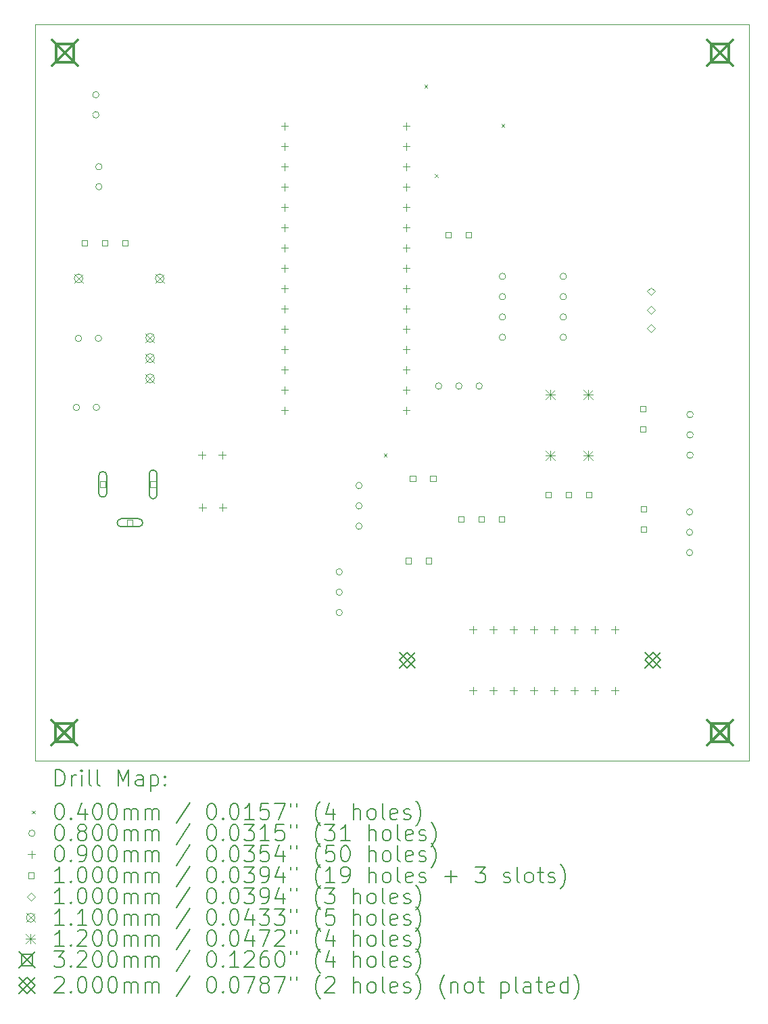
<source format=gbr>
%TF.GenerationSoftware,KiCad,Pcbnew,(6.0.7)*%
%TF.CreationDate,2023-04-23T16:52:25-04:00*%
%TF.ProjectId,NPN Tracer V2b-jlcpcb,4e504e20-5472-4616-9365-72205632622d,rev?*%
%TF.SameCoordinates,Original*%
%TF.FileFunction,Drillmap*%
%TF.FilePolarity,Positive*%
%FSLAX45Y45*%
G04 Gerber Fmt 4.5, Leading zero omitted, Abs format (unit mm)*
G04 Created by KiCad (PCBNEW (6.0.7)) date 2023-04-23 16:52:25*
%MOMM*%
%LPD*%
G01*
G04 APERTURE LIST*
%ADD10C,0.100000*%
%ADD11C,0.200000*%
%ADD12C,0.040000*%
%ADD13C,0.080000*%
%ADD14C,0.090000*%
%ADD15C,0.110000*%
%ADD16C,0.120000*%
%ADD17C,0.320000*%
G04 APERTURE END LIST*
D10*
X5060950Y-5969000D02*
X14001750Y-5969000D01*
X14001750Y-5969000D02*
X14001750Y-15176500D01*
X14001750Y-15176500D02*
X5060950Y-15176500D01*
X5060950Y-15176500D02*
X5060950Y-5969000D01*
D11*
D12*
X9422450Y-11333800D02*
X9462450Y-11373800D01*
X9462450Y-11333800D02*
X9422450Y-11373800D01*
X9930450Y-6723700D02*
X9970450Y-6763700D01*
X9970450Y-6723700D02*
X9930450Y-6763700D01*
X10063800Y-7841300D02*
X10103800Y-7881300D01*
X10103800Y-7841300D02*
X10063800Y-7881300D01*
X10895650Y-7212650D02*
X10935650Y-7252650D01*
X10935650Y-7212650D02*
X10895650Y-7252650D01*
D13*
X5613915Y-10756900D02*
G75*
G03*
X5613915Y-10756900I-40000J0D01*
G01*
X5639315Y-9893300D02*
G75*
G03*
X5639315Y-9893300I-40000J0D01*
G01*
X5856600Y-6846950D02*
G75*
G03*
X5856600Y-6846950I-40000J0D01*
G01*
X5856600Y-7096950D02*
G75*
G03*
X5856600Y-7096950I-40000J0D01*
G01*
X5863915Y-10756900D02*
G75*
G03*
X5863915Y-10756900I-40000J0D01*
G01*
X5889315Y-9893300D02*
G75*
G03*
X5889315Y-9893300I-40000J0D01*
G01*
X5894700Y-7747000D02*
G75*
G03*
X5894700Y-7747000I-40000J0D01*
G01*
X5894700Y-7997000D02*
G75*
G03*
X5894700Y-7997000I-40000J0D01*
G01*
X8904600Y-12815300D02*
G75*
G03*
X8904600Y-12815300I-40000J0D01*
G01*
X8904600Y-13069300D02*
G75*
G03*
X8904600Y-13069300I-40000J0D01*
G01*
X8904600Y-13323300D02*
G75*
G03*
X8904600Y-13323300I-40000J0D01*
G01*
X9152250Y-11735800D02*
G75*
G03*
X9152250Y-11735800I-40000J0D01*
G01*
X9152250Y-11989800D02*
G75*
G03*
X9152250Y-11989800I-40000J0D01*
G01*
X9152250Y-12243800D02*
G75*
G03*
X9152250Y-12243800I-40000J0D01*
G01*
X10149200Y-10490200D02*
G75*
G03*
X10149200Y-10490200I-40000J0D01*
G01*
X10403200Y-10490200D02*
G75*
G03*
X10403200Y-10490200I-40000J0D01*
G01*
X10657200Y-10490200D02*
G75*
G03*
X10657200Y-10490200I-40000J0D01*
G01*
X10949300Y-9118600D02*
G75*
G03*
X10949300Y-9118600I-40000J0D01*
G01*
X10949300Y-9372600D02*
G75*
G03*
X10949300Y-9372600I-40000J0D01*
G01*
X10949300Y-9626600D02*
G75*
G03*
X10949300Y-9626600I-40000J0D01*
G01*
X10949300Y-9880600D02*
G75*
G03*
X10949300Y-9880600I-40000J0D01*
G01*
X11711300Y-9118600D02*
G75*
G03*
X11711300Y-9118600I-40000J0D01*
G01*
X11711300Y-9372600D02*
G75*
G03*
X11711300Y-9372600I-40000J0D01*
G01*
X11711300Y-9626600D02*
G75*
G03*
X11711300Y-9626600I-40000J0D01*
G01*
X11711300Y-9880600D02*
G75*
G03*
X11711300Y-9880600I-40000J0D01*
G01*
X13292450Y-12066000D02*
G75*
G03*
X13292450Y-12066000I-40000J0D01*
G01*
X13292450Y-12320000D02*
G75*
G03*
X13292450Y-12320000I-40000J0D01*
G01*
X13292450Y-12574000D02*
G75*
G03*
X13292450Y-12574000I-40000J0D01*
G01*
X13298800Y-10846800D02*
G75*
G03*
X13298800Y-10846800I-40000J0D01*
G01*
X13298800Y-11100800D02*
G75*
G03*
X13298800Y-11100800I-40000J0D01*
G01*
X13298800Y-11354800D02*
G75*
G03*
X13298800Y-11354800I-40000J0D01*
G01*
D14*
X7144250Y-11308800D02*
X7144250Y-11398800D01*
X7099250Y-11353800D02*
X7189250Y-11353800D01*
X7150600Y-11962850D02*
X7150600Y-12052850D01*
X7105600Y-12007850D02*
X7195600Y-12007850D01*
X7398250Y-11308800D02*
X7398250Y-11398800D01*
X7353250Y-11353800D02*
X7443250Y-11353800D01*
X7404600Y-11962850D02*
X7404600Y-12052850D01*
X7359600Y-12007850D02*
X7449600Y-12007850D01*
X8180250Y-7194000D02*
X8180250Y-7284000D01*
X8135250Y-7239000D02*
X8225250Y-7239000D01*
X8180250Y-7448000D02*
X8180250Y-7538000D01*
X8135250Y-7493000D02*
X8225250Y-7493000D01*
X8180250Y-7702000D02*
X8180250Y-7792000D01*
X8135250Y-7747000D02*
X8225250Y-7747000D01*
X8180250Y-7956000D02*
X8180250Y-8046000D01*
X8135250Y-8001000D02*
X8225250Y-8001000D01*
X8180250Y-8210000D02*
X8180250Y-8300000D01*
X8135250Y-8255000D02*
X8225250Y-8255000D01*
X8180250Y-8464000D02*
X8180250Y-8554000D01*
X8135250Y-8509000D02*
X8225250Y-8509000D01*
X8180250Y-8718000D02*
X8180250Y-8808000D01*
X8135250Y-8763000D02*
X8225250Y-8763000D01*
X8180250Y-8972000D02*
X8180250Y-9062000D01*
X8135250Y-9017000D02*
X8225250Y-9017000D01*
X8180250Y-9226000D02*
X8180250Y-9316000D01*
X8135250Y-9271000D02*
X8225250Y-9271000D01*
X8180250Y-9480000D02*
X8180250Y-9570000D01*
X8135250Y-9525000D02*
X8225250Y-9525000D01*
X8180250Y-9734000D02*
X8180250Y-9824000D01*
X8135250Y-9779000D02*
X8225250Y-9779000D01*
X8180250Y-9988000D02*
X8180250Y-10078000D01*
X8135250Y-10033000D02*
X8225250Y-10033000D01*
X8180250Y-10242000D02*
X8180250Y-10332000D01*
X8135250Y-10287000D02*
X8225250Y-10287000D01*
X8180250Y-10496000D02*
X8180250Y-10586000D01*
X8135250Y-10541000D02*
X8225250Y-10541000D01*
X8180250Y-10750000D02*
X8180250Y-10840000D01*
X8135250Y-10795000D02*
X8225250Y-10795000D01*
X9704250Y-7194000D02*
X9704250Y-7284000D01*
X9659250Y-7239000D02*
X9749250Y-7239000D01*
X9704250Y-7448000D02*
X9704250Y-7538000D01*
X9659250Y-7493000D02*
X9749250Y-7493000D01*
X9704250Y-7702000D02*
X9704250Y-7792000D01*
X9659250Y-7747000D02*
X9749250Y-7747000D01*
X9704250Y-7956000D02*
X9704250Y-8046000D01*
X9659250Y-8001000D02*
X9749250Y-8001000D01*
X9704250Y-8210000D02*
X9704250Y-8300000D01*
X9659250Y-8255000D02*
X9749250Y-8255000D01*
X9704250Y-8464000D02*
X9704250Y-8554000D01*
X9659250Y-8509000D02*
X9749250Y-8509000D01*
X9704250Y-8718000D02*
X9704250Y-8808000D01*
X9659250Y-8763000D02*
X9749250Y-8763000D01*
X9704250Y-8972000D02*
X9704250Y-9062000D01*
X9659250Y-9017000D02*
X9749250Y-9017000D01*
X9704250Y-9226000D02*
X9704250Y-9316000D01*
X9659250Y-9271000D02*
X9749250Y-9271000D01*
X9704250Y-9480000D02*
X9704250Y-9570000D01*
X9659250Y-9525000D02*
X9749250Y-9525000D01*
X9704250Y-9734000D02*
X9704250Y-9824000D01*
X9659250Y-9779000D02*
X9749250Y-9779000D01*
X9704250Y-9988000D02*
X9704250Y-10078000D01*
X9659250Y-10033000D02*
X9749250Y-10033000D01*
X9704250Y-10242000D02*
X9704250Y-10332000D01*
X9659250Y-10287000D02*
X9749250Y-10287000D01*
X9704250Y-10496000D02*
X9704250Y-10586000D01*
X9659250Y-10541000D02*
X9749250Y-10541000D01*
X9704250Y-10750000D02*
X9704250Y-10840000D01*
X9659250Y-10795000D02*
X9749250Y-10795000D01*
X10541000Y-13493200D02*
X10541000Y-13583200D01*
X10496000Y-13538200D02*
X10586000Y-13538200D01*
X10541000Y-14255200D02*
X10541000Y-14345200D01*
X10496000Y-14300200D02*
X10586000Y-14300200D01*
X10795000Y-13493200D02*
X10795000Y-13583200D01*
X10750000Y-13538200D02*
X10840000Y-13538200D01*
X10795000Y-14255200D02*
X10795000Y-14345200D01*
X10750000Y-14300200D02*
X10840000Y-14300200D01*
X11049000Y-13493200D02*
X11049000Y-13583200D01*
X11004000Y-13538200D02*
X11094000Y-13538200D01*
X11049000Y-14255200D02*
X11049000Y-14345200D01*
X11004000Y-14300200D02*
X11094000Y-14300200D01*
X11303000Y-13493200D02*
X11303000Y-13583200D01*
X11258000Y-13538200D02*
X11348000Y-13538200D01*
X11303000Y-14255200D02*
X11303000Y-14345200D01*
X11258000Y-14300200D02*
X11348000Y-14300200D01*
X11557000Y-13493200D02*
X11557000Y-13583200D01*
X11512000Y-13538200D02*
X11602000Y-13538200D01*
X11557000Y-14255200D02*
X11557000Y-14345200D01*
X11512000Y-14300200D02*
X11602000Y-14300200D01*
X11811000Y-13493200D02*
X11811000Y-13583200D01*
X11766000Y-13538200D02*
X11856000Y-13538200D01*
X11811000Y-14255200D02*
X11811000Y-14345200D01*
X11766000Y-14300200D02*
X11856000Y-14300200D01*
X12065000Y-13493200D02*
X12065000Y-13583200D01*
X12020000Y-13538200D02*
X12110000Y-13538200D01*
X12065000Y-14255200D02*
X12065000Y-14345200D01*
X12020000Y-14300200D02*
X12110000Y-14300200D01*
X12319000Y-13493200D02*
X12319000Y-13583200D01*
X12274000Y-13538200D02*
X12364000Y-13538200D01*
X12319000Y-14255200D02*
X12319000Y-14345200D01*
X12274000Y-14300200D02*
X12364000Y-14300200D01*
D10*
X5710756Y-8734856D02*
X5710756Y-8664144D01*
X5640044Y-8664144D01*
X5640044Y-8734856D01*
X5710756Y-8734856D01*
X5939506Y-11755956D02*
X5939506Y-11685244D01*
X5868794Y-11685244D01*
X5868794Y-11755956D01*
X5939506Y-11755956D01*
D11*
X5854150Y-11610600D02*
X5854150Y-11830600D01*
X5954150Y-11610600D02*
X5954150Y-11830600D01*
X5854150Y-11830600D02*
G75*
G03*
X5954150Y-11830600I50000J0D01*
G01*
X5954150Y-11610600D02*
G75*
G03*
X5854150Y-11610600I-50000J0D01*
G01*
D10*
X5964756Y-8734856D02*
X5964756Y-8664144D01*
X5894044Y-8664144D01*
X5894044Y-8734856D01*
X5964756Y-8734856D01*
X6218756Y-8734856D02*
X6218756Y-8664144D01*
X6148044Y-8664144D01*
X6148044Y-8734856D01*
X6218756Y-8734856D01*
X6279506Y-12235956D02*
X6279506Y-12165244D01*
X6208794Y-12165244D01*
X6208794Y-12235956D01*
X6279506Y-12235956D01*
D11*
X6354150Y-12150600D02*
X6134150Y-12150600D01*
X6354150Y-12250600D02*
X6134150Y-12250600D01*
X6134150Y-12150600D02*
G75*
G03*
X6134150Y-12250600I0J-50000D01*
G01*
X6354150Y-12250600D02*
G75*
G03*
X6354150Y-12150600I0J50000D01*
G01*
D10*
X6569506Y-11755956D02*
X6569506Y-11685244D01*
X6498794Y-11685244D01*
X6498794Y-11755956D01*
X6569506Y-11755956D01*
D11*
X6484150Y-11590600D02*
X6484150Y-11850600D01*
X6584150Y-11590600D02*
X6584150Y-11850600D01*
X6484150Y-11850600D02*
G75*
G03*
X6584150Y-11850600I50000J0D01*
G01*
X6584150Y-11590600D02*
G75*
G03*
X6484150Y-11590600I-50000J0D01*
G01*
D10*
X9763556Y-12709956D02*
X9763556Y-12639244D01*
X9692844Y-12639244D01*
X9692844Y-12709956D01*
X9763556Y-12709956D01*
X9821206Y-11681256D02*
X9821206Y-11610544D01*
X9750494Y-11610544D01*
X9750494Y-11681256D01*
X9821206Y-11681256D01*
X10017556Y-12709956D02*
X10017556Y-12639244D01*
X9946844Y-12639244D01*
X9946844Y-12709956D01*
X10017556Y-12709956D01*
X10075206Y-11681256D02*
X10075206Y-11610544D01*
X10004494Y-11610544D01*
X10004494Y-11681256D01*
X10075206Y-11681256D01*
X10265206Y-8633256D02*
X10265206Y-8562544D01*
X10194494Y-8562544D01*
X10194494Y-8633256D01*
X10265206Y-8633256D01*
X10425456Y-12189256D02*
X10425456Y-12118544D01*
X10354744Y-12118544D01*
X10354744Y-12189256D01*
X10425456Y-12189256D01*
X10519206Y-8633256D02*
X10519206Y-8562544D01*
X10448494Y-8562544D01*
X10448494Y-8633256D01*
X10519206Y-8633256D01*
X10679456Y-12189256D02*
X10679456Y-12118544D01*
X10608744Y-12118544D01*
X10608744Y-12189256D01*
X10679456Y-12189256D01*
X10933456Y-12189256D02*
X10933456Y-12118544D01*
X10862744Y-12118544D01*
X10862744Y-12189256D01*
X10933456Y-12189256D01*
X11516156Y-11884456D02*
X11516156Y-11813744D01*
X11445444Y-11813744D01*
X11445444Y-11884456D01*
X11516156Y-11884456D01*
X11770156Y-11884456D02*
X11770156Y-11813744D01*
X11699444Y-11813744D01*
X11699444Y-11884456D01*
X11770156Y-11884456D01*
X12024156Y-11884456D02*
X12024156Y-11813744D01*
X11953444Y-11813744D01*
X11953444Y-11884456D01*
X12024156Y-11884456D01*
X12703606Y-10811306D02*
X12703606Y-10740594D01*
X12632894Y-10740594D01*
X12632894Y-10811306D01*
X12703606Y-10811306D01*
X12703606Y-11065306D02*
X12703606Y-10994594D01*
X12632894Y-10994594D01*
X12632894Y-11065306D01*
X12703606Y-11065306D01*
X12709956Y-12062256D02*
X12709956Y-11991544D01*
X12639244Y-11991544D01*
X12639244Y-12062256D01*
X12709956Y-12062256D01*
X12709956Y-12316256D02*
X12709956Y-12245544D01*
X12639244Y-12245544D01*
X12639244Y-12316256D01*
X12709956Y-12316256D01*
X12768900Y-9355950D02*
X12818900Y-9305950D01*
X12768900Y-9255950D01*
X12718900Y-9305950D01*
X12768900Y-9355950D01*
X12768900Y-9585950D02*
X12818900Y-9535950D01*
X12768900Y-9485950D01*
X12718900Y-9535950D01*
X12768900Y-9585950D01*
X12768900Y-9815950D02*
X12818900Y-9765950D01*
X12768900Y-9715950D01*
X12718900Y-9765950D01*
X12768900Y-9815950D01*
D15*
X5545700Y-9089000D02*
X5655700Y-9199000D01*
X5655700Y-9089000D02*
X5545700Y-9199000D01*
X5655700Y-9144000D02*
G75*
G03*
X5655700Y-9144000I-55000J0D01*
G01*
X6441050Y-9831950D02*
X6551050Y-9941950D01*
X6551050Y-9831950D02*
X6441050Y-9941950D01*
X6551050Y-9886950D02*
G75*
G03*
X6551050Y-9886950I-55000J0D01*
G01*
X6441050Y-10085950D02*
X6551050Y-10195950D01*
X6551050Y-10085950D02*
X6441050Y-10195950D01*
X6551050Y-10140950D02*
G75*
G03*
X6551050Y-10140950I-55000J0D01*
G01*
X6441050Y-10339950D02*
X6551050Y-10449950D01*
X6551050Y-10339950D02*
X6441050Y-10449950D01*
X6551050Y-10394950D02*
G75*
G03*
X6551050Y-10394950I-55000J0D01*
G01*
X6561700Y-9089000D02*
X6671700Y-9199000D01*
X6671700Y-9089000D02*
X6561700Y-9199000D01*
X6671700Y-9144000D02*
G75*
G03*
X6671700Y-9144000I-55000J0D01*
G01*
D16*
X11446200Y-10538150D02*
X11566200Y-10658150D01*
X11566200Y-10538150D02*
X11446200Y-10658150D01*
X11506200Y-10538150D02*
X11506200Y-10658150D01*
X11446200Y-10598150D02*
X11566200Y-10598150D01*
X11446200Y-11300150D02*
X11566200Y-11420150D01*
X11566200Y-11300150D02*
X11446200Y-11420150D01*
X11506200Y-11300150D02*
X11506200Y-11420150D01*
X11446200Y-11360150D02*
X11566200Y-11360150D01*
X11922450Y-10538150D02*
X12042450Y-10658150D01*
X12042450Y-10538150D02*
X11922450Y-10658150D01*
X11982450Y-10538150D02*
X11982450Y-10658150D01*
X11922450Y-10598150D02*
X12042450Y-10598150D01*
X11922450Y-11300150D02*
X12042450Y-11420150D01*
X12042450Y-11300150D02*
X11922450Y-11420150D01*
X11982450Y-11300150D02*
X11982450Y-11420150D01*
X11922450Y-11360150D02*
X12042450Y-11360150D01*
D17*
X5262900Y-14667250D02*
X5582900Y-14987250D01*
X5582900Y-14667250D02*
X5262900Y-14987250D01*
X5536038Y-14940388D02*
X5536038Y-14714112D01*
X5309762Y-14714112D01*
X5309762Y-14940388D01*
X5536038Y-14940388D01*
X5269250Y-6164600D02*
X5589250Y-6484600D01*
X5589250Y-6164600D02*
X5269250Y-6484600D01*
X5542388Y-6437738D02*
X5542388Y-6211462D01*
X5316112Y-6211462D01*
X5316112Y-6437738D01*
X5542388Y-6437738D01*
X13473450Y-6164600D02*
X13793450Y-6484600D01*
X13793450Y-6164600D02*
X13473450Y-6484600D01*
X13746588Y-6437738D02*
X13746588Y-6211462D01*
X13520312Y-6211462D01*
X13520312Y-6437738D01*
X13746588Y-6437738D01*
X13473450Y-14667250D02*
X13793450Y-14987250D01*
X13793450Y-14667250D02*
X13473450Y-14987250D01*
X13746588Y-14940388D02*
X13746588Y-14714112D01*
X13520312Y-14714112D01*
X13520312Y-14940388D01*
X13746588Y-14940388D01*
D11*
X9618000Y-13819200D02*
X9818000Y-14019200D01*
X9818000Y-13819200D02*
X9618000Y-14019200D01*
X9718000Y-14019200D02*
X9818000Y-13919200D01*
X9718000Y-13819200D01*
X9618000Y-13919200D01*
X9718000Y-14019200D01*
X12692000Y-13819200D02*
X12892000Y-14019200D01*
X12892000Y-13819200D02*
X12692000Y-14019200D01*
X12792000Y-14019200D02*
X12892000Y-13919200D01*
X12792000Y-13819200D01*
X12692000Y-13919200D01*
X12792000Y-14019200D01*
X5313569Y-15491976D02*
X5313569Y-15291976D01*
X5361188Y-15291976D01*
X5389760Y-15301500D01*
X5408807Y-15320548D01*
X5418331Y-15339595D01*
X5427855Y-15377690D01*
X5427855Y-15406262D01*
X5418331Y-15444357D01*
X5408807Y-15463405D01*
X5389760Y-15482452D01*
X5361188Y-15491976D01*
X5313569Y-15491976D01*
X5513569Y-15491976D02*
X5513569Y-15358643D01*
X5513569Y-15396738D02*
X5523093Y-15377690D01*
X5532617Y-15368167D01*
X5551664Y-15358643D01*
X5570712Y-15358643D01*
X5637378Y-15491976D02*
X5637378Y-15358643D01*
X5637378Y-15291976D02*
X5627855Y-15301500D01*
X5637378Y-15311024D01*
X5646902Y-15301500D01*
X5637378Y-15291976D01*
X5637378Y-15311024D01*
X5761188Y-15491976D02*
X5742140Y-15482452D01*
X5732617Y-15463405D01*
X5732617Y-15291976D01*
X5865950Y-15491976D02*
X5846902Y-15482452D01*
X5837378Y-15463405D01*
X5837378Y-15291976D01*
X6094521Y-15491976D02*
X6094521Y-15291976D01*
X6161188Y-15434833D01*
X6227855Y-15291976D01*
X6227855Y-15491976D01*
X6408807Y-15491976D02*
X6408807Y-15387214D01*
X6399283Y-15368167D01*
X6380236Y-15358643D01*
X6342140Y-15358643D01*
X6323093Y-15368167D01*
X6408807Y-15482452D02*
X6389759Y-15491976D01*
X6342140Y-15491976D01*
X6323093Y-15482452D01*
X6313569Y-15463405D01*
X6313569Y-15444357D01*
X6323093Y-15425309D01*
X6342140Y-15415786D01*
X6389759Y-15415786D01*
X6408807Y-15406262D01*
X6504045Y-15358643D02*
X6504045Y-15558643D01*
X6504045Y-15368167D02*
X6523093Y-15358643D01*
X6561188Y-15358643D01*
X6580236Y-15368167D01*
X6589759Y-15377690D01*
X6599283Y-15396738D01*
X6599283Y-15453881D01*
X6589759Y-15472928D01*
X6580236Y-15482452D01*
X6561188Y-15491976D01*
X6523093Y-15491976D01*
X6504045Y-15482452D01*
X6684998Y-15472928D02*
X6694521Y-15482452D01*
X6684998Y-15491976D01*
X6675474Y-15482452D01*
X6684998Y-15472928D01*
X6684998Y-15491976D01*
X6684998Y-15368167D02*
X6694521Y-15377690D01*
X6684998Y-15387214D01*
X6675474Y-15377690D01*
X6684998Y-15368167D01*
X6684998Y-15387214D01*
D12*
X5015950Y-15801500D02*
X5055950Y-15841500D01*
X5055950Y-15801500D02*
X5015950Y-15841500D01*
D11*
X5351664Y-15711976D02*
X5370712Y-15711976D01*
X5389760Y-15721500D01*
X5399283Y-15731024D01*
X5408807Y-15750071D01*
X5418331Y-15788167D01*
X5418331Y-15835786D01*
X5408807Y-15873881D01*
X5399283Y-15892928D01*
X5389760Y-15902452D01*
X5370712Y-15911976D01*
X5351664Y-15911976D01*
X5332617Y-15902452D01*
X5323093Y-15892928D01*
X5313569Y-15873881D01*
X5304045Y-15835786D01*
X5304045Y-15788167D01*
X5313569Y-15750071D01*
X5323093Y-15731024D01*
X5332617Y-15721500D01*
X5351664Y-15711976D01*
X5504045Y-15892928D02*
X5513569Y-15902452D01*
X5504045Y-15911976D01*
X5494521Y-15902452D01*
X5504045Y-15892928D01*
X5504045Y-15911976D01*
X5684998Y-15778643D02*
X5684998Y-15911976D01*
X5637378Y-15702452D02*
X5589760Y-15845309D01*
X5713569Y-15845309D01*
X5827855Y-15711976D02*
X5846902Y-15711976D01*
X5865950Y-15721500D01*
X5875474Y-15731024D01*
X5884998Y-15750071D01*
X5894521Y-15788167D01*
X5894521Y-15835786D01*
X5884998Y-15873881D01*
X5875474Y-15892928D01*
X5865950Y-15902452D01*
X5846902Y-15911976D01*
X5827855Y-15911976D01*
X5808807Y-15902452D01*
X5799283Y-15892928D01*
X5789759Y-15873881D01*
X5780236Y-15835786D01*
X5780236Y-15788167D01*
X5789759Y-15750071D01*
X5799283Y-15731024D01*
X5808807Y-15721500D01*
X5827855Y-15711976D01*
X6018331Y-15711976D02*
X6037378Y-15711976D01*
X6056426Y-15721500D01*
X6065950Y-15731024D01*
X6075474Y-15750071D01*
X6084998Y-15788167D01*
X6084998Y-15835786D01*
X6075474Y-15873881D01*
X6065950Y-15892928D01*
X6056426Y-15902452D01*
X6037378Y-15911976D01*
X6018331Y-15911976D01*
X5999283Y-15902452D01*
X5989759Y-15892928D01*
X5980236Y-15873881D01*
X5970712Y-15835786D01*
X5970712Y-15788167D01*
X5980236Y-15750071D01*
X5989759Y-15731024D01*
X5999283Y-15721500D01*
X6018331Y-15711976D01*
X6170712Y-15911976D02*
X6170712Y-15778643D01*
X6170712Y-15797690D02*
X6180236Y-15788167D01*
X6199283Y-15778643D01*
X6227855Y-15778643D01*
X6246902Y-15788167D01*
X6256426Y-15807214D01*
X6256426Y-15911976D01*
X6256426Y-15807214D02*
X6265950Y-15788167D01*
X6284998Y-15778643D01*
X6313569Y-15778643D01*
X6332617Y-15788167D01*
X6342140Y-15807214D01*
X6342140Y-15911976D01*
X6437378Y-15911976D02*
X6437378Y-15778643D01*
X6437378Y-15797690D02*
X6446902Y-15788167D01*
X6465950Y-15778643D01*
X6494521Y-15778643D01*
X6513569Y-15788167D01*
X6523093Y-15807214D01*
X6523093Y-15911976D01*
X6523093Y-15807214D02*
X6532617Y-15788167D01*
X6551664Y-15778643D01*
X6580236Y-15778643D01*
X6599283Y-15788167D01*
X6608807Y-15807214D01*
X6608807Y-15911976D01*
X6999283Y-15702452D02*
X6827855Y-15959595D01*
X7256426Y-15711976D02*
X7275474Y-15711976D01*
X7294521Y-15721500D01*
X7304045Y-15731024D01*
X7313569Y-15750071D01*
X7323093Y-15788167D01*
X7323093Y-15835786D01*
X7313569Y-15873881D01*
X7304045Y-15892928D01*
X7294521Y-15902452D01*
X7275474Y-15911976D01*
X7256426Y-15911976D01*
X7237378Y-15902452D01*
X7227855Y-15892928D01*
X7218331Y-15873881D01*
X7208807Y-15835786D01*
X7208807Y-15788167D01*
X7218331Y-15750071D01*
X7227855Y-15731024D01*
X7237378Y-15721500D01*
X7256426Y-15711976D01*
X7408807Y-15892928D02*
X7418331Y-15902452D01*
X7408807Y-15911976D01*
X7399283Y-15902452D01*
X7408807Y-15892928D01*
X7408807Y-15911976D01*
X7542140Y-15711976D02*
X7561188Y-15711976D01*
X7580236Y-15721500D01*
X7589759Y-15731024D01*
X7599283Y-15750071D01*
X7608807Y-15788167D01*
X7608807Y-15835786D01*
X7599283Y-15873881D01*
X7589759Y-15892928D01*
X7580236Y-15902452D01*
X7561188Y-15911976D01*
X7542140Y-15911976D01*
X7523093Y-15902452D01*
X7513569Y-15892928D01*
X7504045Y-15873881D01*
X7494521Y-15835786D01*
X7494521Y-15788167D01*
X7504045Y-15750071D01*
X7513569Y-15731024D01*
X7523093Y-15721500D01*
X7542140Y-15711976D01*
X7799283Y-15911976D02*
X7684998Y-15911976D01*
X7742140Y-15911976D02*
X7742140Y-15711976D01*
X7723093Y-15740548D01*
X7704045Y-15759595D01*
X7684998Y-15769119D01*
X7980236Y-15711976D02*
X7884998Y-15711976D01*
X7875474Y-15807214D01*
X7884998Y-15797690D01*
X7904045Y-15788167D01*
X7951664Y-15788167D01*
X7970712Y-15797690D01*
X7980236Y-15807214D01*
X7989759Y-15826262D01*
X7989759Y-15873881D01*
X7980236Y-15892928D01*
X7970712Y-15902452D01*
X7951664Y-15911976D01*
X7904045Y-15911976D01*
X7884998Y-15902452D01*
X7875474Y-15892928D01*
X8056426Y-15711976D02*
X8189759Y-15711976D01*
X8104045Y-15911976D01*
X8256426Y-15711976D02*
X8256426Y-15750071D01*
X8332617Y-15711976D02*
X8332617Y-15750071D01*
X8627855Y-15988167D02*
X8618331Y-15978643D01*
X8599283Y-15950071D01*
X8589760Y-15931024D01*
X8580236Y-15902452D01*
X8570712Y-15854833D01*
X8570712Y-15816738D01*
X8580236Y-15769119D01*
X8589760Y-15740548D01*
X8599283Y-15721500D01*
X8618331Y-15692928D01*
X8627855Y-15683405D01*
X8789760Y-15778643D02*
X8789760Y-15911976D01*
X8742140Y-15702452D02*
X8694521Y-15845309D01*
X8818331Y-15845309D01*
X9046902Y-15911976D02*
X9046902Y-15711976D01*
X9132617Y-15911976D02*
X9132617Y-15807214D01*
X9123093Y-15788167D01*
X9104045Y-15778643D01*
X9075474Y-15778643D01*
X9056426Y-15788167D01*
X9046902Y-15797690D01*
X9256426Y-15911976D02*
X9237379Y-15902452D01*
X9227855Y-15892928D01*
X9218331Y-15873881D01*
X9218331Y-15816738D01*
X9227855Y-15797690D01*
X9237379Y-15788167D01*
X9256426Y-15778643D01*
X9284998Y-15778643D01*
X9304045Y-15788167D01*
X9313569Y-15797690D01*
X9323093Y-15816738D01*
X9323093Y-15873881D01*
X9313569Y-15892928D01*
X9304045Y-15902452D01*
X9284998Y-15911976D01*
X9256426Y-15911976D01*
X9437379Y-15911976D02*
X9418331Y-15902452D01*
X9408807Y-15883405D01*
X9408807Y-15711976D01*
X9589760Y-15902452D02*
X9570712Y-15911976D01*
X9532617Y-15911976D01*
X9513569Y-15902452D01*
X9504045Y-15883405D01*
X9504045Y-15807214D01*
X9513569Y-15788167D01*
X9532617Y-15778643D01*
X9570712Y-15778643D01*
X9589760Y-15788167D01*
X9599283Y-15807214D01*
X9599283Y-15826262D01*
X9504045Y-15845309D01*
X9675474Y-15902452D02*
X9694521Y-15911976D01*
X9732617Y-15911976D01*
X9751664Y-15902452D01*
X9761188Y-15883405D01*
X9761188Y-15873881D01*
X9751664Y-15854833D01*
X9732617Y-15845309D01*
X9704045Y-15845309D01*
X9684998Y-15835786D01*
X9675474Y-15816738D01*
X9675474Y-15807214D01*
X9684998Y-15788167D01*
X9704045Y-15778643D01*
X9732617Y-15778643D01*
X9751664Y-15788167D01*
X9827855Y-15988167D02*
X9837379Y-15978643D01*
X9856426Y-15950071D01*
X9865950Y-15931024D01*
X9875474Y-15902452D01*
X9884998Y-15854833D01*
X9884998Y-15816738D01*
X9875474Y-15769119D01*
X9865950Y-15740548D01*
X9856426Y-15721500D01*
X9837379Y-15692928D01*
X9827855Y-15683405D01*
D13*
X5055950Y-16085500D02*
G75*
G03*
X5055950Y-16085500I-40000J0D01*
G01*
D11*
X5351664Y-15975976D02*
X5370712Y-15975976D01*
X5389760Y-15985500D01*
X5399283Y-15995024D01*
X5408807Y-16014071D01*
X5418331Y-16052167D01*
X5418331Y-16099786D01*
X5408807Y-16137881D01*
X5399283Y-16156928D01*
X5389760Y-16166452D01*
X5370712Y-16175976D01*
X5351664Y-16175976D01*
X5332617Y-16166452D01*
X5323093Y-16156928D01*
X5313569Y-16137881D01*
X5304045Y-16099786D01*
X5304045Y-16052167D01*
X5313569Y-16014071D01*
X5323093Y-15995024D01*
X5332617Y-15985500D01*
X5351664Y-15975976D01*
X5504045Y-16156928D02*
X5513569Y-16166452D01*
X5504045Y-16175976D01*
X5494521Y-16166452D01*
X5504045Y-16156928D01*
X5504045Y-16175976D01*
X5627855Y-16061690D02*
X5608807Y-16052167D01*
X5599283Y-16042643D01*
X5589760Y-16023595D01*
X5589760Y-16014071D01*
X5599283Y-15995024D01*
X5608807Y-15985500D01*
X5627855Y-15975976D01*
X5665950Y-15975976D01*
X5684998Y-15985500D01*
X5694521Y-15995024D01*
X5704045Y-16014071D01*
X5704045Y-16023595D01*
X5694521Y-16042643D01*
X5684998Y-16052167D01*
X5665950Y-16061690D01*
X5627855Y-16061690D01*
X5608807Y-16071214D01*
X5599283Y-16080738D01*
X5589760Y-16099786D01*
X5589760Y-16137881D01*
X5599283Y-16156928D01*
X5608807Y-16166452D01*
X5627855Y-16175976D01*
X5665950Y-16175976D01*
X5684998Y-16166452D01*
X5694521Y-16156928D01*
X5704045Y-16137881D01*
X5704045Y-16099786D01*
X5694521Y-16080738D01*
X5684998Y-16071214D01*
X5665950Y-16061690D01*
X5827855Y-15975976D02*
X5846902Y-15975976D01*
X5865950Y-15985500D01*
X5875474Y-15995024D01*
X5884998Y-16014071D01*
X5894521Y-16052167D01*
X5894521Y-16099786D01*
X5884998Y-16137881D01*
X5875474Y-16156928D01*
X5865950Y-16166452D01*
X5846902Y-16175976D01*
X5827855Y-16175976D01*
X5808807Y-16166452D01*
X5799283Y-16156928D01*
X5789759Y-16137881D01*
X5780236Y-16099786D01*
X5780236Y-16052167D01*
X5789759Y-16014071D01*
X5799283Y-15995024D01*
X5808807Y-15985500D01*
X5827855Y-15975976D01*
X6018331Y-15975976D02*
X6037378Y-15975976D01*
X6056426Y-15985500D01*
X6065950Y-15995024D01*
X6075474Y-16014071D01*
X6084998Y-16052167D01*
X6084998Y-16099786D01*
X6075474Y-16137881D01*
X6065950Y-16156928D01*
X6056426Y-16166452D01*
X6037378Y-16175976D01*
X6018331Y-16175976D01*
X5999283Y-16166452D01*
X5989759Y-16156928D01*
X5980236Y-16137881D01*
X5970712Y-16099786D01*
X5970712Y-16052167D01*
X5980236Y-16014071D01*
X5989759Y-15995024D01*
X5999283Y-15985500D01*
X6018331Y-15975976D01*
X6170712Y-16175976D02*
X6170712Y-16042643D01*
X6170712Y-16061690D02*
X6180236Y-16052167D01*
X6199283Y-16042643D01*
X6227855Y-16042643D01*
X6246902Y-16052167D01*
X6256426Y-16071214D01*
X6256426Y-16175976D01*
X6256426Y-16071214D02*
X6265950Y-16052167D01*
X6284998Y-16042643D01*
X6313569Y-16042643D01*
X6332617Y-16052167D01*
X6342140Y-16071214D01*
X6342140Y-16175976D01*
X6437378Y-16175976D02*
X6437378Y-16042643D01*
X6437378Y-16061690D02*
X6446902Y-16052167D01*
X6465950Y-16042643D01*
X6494521Y-16042643D01*
X6513569Y-16052167D01*
X6523093Y-16071214D01*
X6523093Y-16175976D01*
X6523093Y-16071214D02*
X6532617Y-16052167D01*
X6551664Y-16042643D01*
X6580236Y-16042643D01*
X6599283Y-16052167D01*
X6608807Y-16071214D01*
X6608807Y-16175976D01*
X6999283Y-15966452D02*
X6827855Y-16223595D01*
X7256426Y-15975976D02*
X7275474Y-15975976D01*
X7294521Y-15985500D01*
X7304045Y-15995024D01*
X7313569Y-16014071D01*
X7323093Y-16052167D01*
X7323093Y-16099786D01*
X7313569Y-16137881D01*
X7304045Y-16156928D01*
X7294521Y-16166452D01*
X7275474Y-16175976D01*
X7256426Y-16175976D01*
X7237378Y-16166452D01*
X7227855Y-16156928D01*
X7218331Y-16137881D01*
X7208807Y-16099786D01*
X7208807Y-16052167D01*
X7218331Y-16014071D01*
X7227855Y-15995024D01*
X7237378Y-15985500D01*
X7256426Y-15975976D01*
X7408807Y-16156928D02*
X7418331Y-16166452D01*
X7408807Y-16175976D01*
X7399283Y-16166452D01*
X7408807Y-16156928D01*
X7408807Y-16175976D01*
X7542140Y-15975976D02*
X7561188Y-15975976D01*
X7580236Y-15985500D01*
X7589759Y-15995024D01*
X7599283Y-16014071D01*
X7608807Y-16052167D01*
X7608807Y-16099786D01*
X7599283Y-16137881D01*
X7589759Y-16156928D01*
X7580236Y-16166452D01*
X7561188Y-16175976D01*
X7542140Y-16175976D01*
X7523093Y-16166452D01*
X7513569Y-16156928D01*
X7504045Y-16137881D01*
X7494521Y-16099786D01*
X7494521Y-16052167D01*
X7504045Y-16014071D01*
X7513569Y-15995024D01*
X7523093Y-15985500D01*
X7542140Y-15975976D01*
X7675474Y-15975976D02*
X7799283Y-15975976D01*
X7732617Y-16052167D01*
X7761188Y-16052167D01*
X7780236Y-16061690D01*
X7789759Y-16071214D01*
X7799283Y-16090262D01*
X7799283Y-16137881D01*
X7789759Y-16156928D01*
X7780236Y-16166452D01*
X7761188Y-16175976D01*
X7704045Y-16175976D01*
X7684998Y-16166452D01*
X7675474Y-16156928D01*
X7989759Y-16175976D02*
X7875474Y-16175976D01*
X7932617Y-16175976D02*
X7932617Y-15975976D01*
X7913569Y-16004548D01*
X7894521Y-16023595D01*
X7875474Y-16033119D01*
X8170712Y-15975976D02*
X8075474Y-15975976D01*
X8065950Y-16071214D01*
X8075474Y-16061690D01*
X8094521Y-16052167D01*
X8142140Y-16052167D01*
X8161188Y-16061690D01*
X8170712Y-16071214D01*
X8180236Y-16090262D01*
X8180236Y-16137881D01*
X8170712Y-16156928D01*
X8161188Y-16166452D01*
X8142140Y-16175976D01*
X8094521Y-16175976D01*
X8075474Y-16166452D01*
X8065950Y-16156928D01*
X8256426Y-15975976D02*
X8256426Y-16014071D01*
X8332617Y-15975976D02*
X8332617Y-16014071D01*
X8627855Y-16252167D02*
X8618331Y-16242643D01*
X8599283Y-16214071D01*
X8589760Y-16195024D01*
X8580236Y-16166452D01*
X8570712Y-16118833D01*
X8570712Y-16080738D01*
X8580236Y-16033119D01*
X8589760Y-16004548D01*
X8599283Y-15985500D01*
X8618331Y-15956928D01*
X8627855Y-15947405D01*
X8684998Y-15975976D02*
X8808807Y-15975976D01*
X8742140Y-16052167D01*
X8770712Y-16052167D01*
X8789760Y-16061690D01*
X8799283Y-16071214D01*
X8808807Y-16090262D01*
X8808807Y-16137881D01*
X8799283Y-16156928D01*
X8789760Y-16166452D01*
X8770712Y-16175976D01*
X8713569Y-16175976D01*
X8694521Y-16166452D01*
X8684998Y-16156928D01*
X8999283Y-16175976D02*
X8884998Y-16175976D01*
X8942140Y-16175976D02*
X8942140Y-15975976D01*
X8923093Y-16004548D01*
X8904045Y-16023595D01*
X8884998Y-16033119D01*
X9237379Y-16175976D02*
X9237379Y-15975976D01*
X9323093Y-16175976D02*
X9323093Y-16071214D01*
X9313569Y-16052167D01*
X9294521Y-16042643D01*
X9265950Y-16042643D01*
X9246902Y-16052167D01*
X9237379Y-16061690D01*
X9446902Y-16175976D02*
X9427855Y-16166452D01*
X9418331Y-16156928D01*
X9408807Y-16137881D01*
X9408807Y-16080738D01*
X9418331Y-16061690D01*
X9427855Y-16052167D01*
X9446902Y-16042643D01*
X9475474Y-16042643D01*
X9494521Y-16052167D01*
X9504045Y-16061690D01*
X9513569Y-16080738D01*
X9513569Y-16137881D01*
X9504045Y-16156928D01*
X9494521Y-16166452D01*
X9475474Y-16175976D01*
X9446902Y-16175976D01*
X9627855Y-16175976D02*
X9608807Y-16166452D01*
X9599283Y-16147405D01*
X9599283Y-15975976D01*
X9780236Y-16166452D02*
X9761188Y-16175976D01*
X9723093Y-16175976D01*
X9704045Y-16166452D01*
X9694521Y-16147405D01*
X9694521Y-16071214D01*
X9704045Y-16052167D01*
X9723093Y-16042643D01*
X9761188Y-16042643D01*
X9780236Y-16052167D01*
X9789760Y-16071214D01*
X9789760Y-16090262D01*
X9694521Y-16109309D01*
X9865950Y-16166452D02*
X9884998Y-16175976D01*
X9923093Y-16175976D01*
X9942140Y-16166452D01*
X9951664Y-16147405D01*
X9951664Y-16137881D01*
X9942140Y-16118833D01*
X9923093Y-16109309D01*
X9894521Y-16109309D01*
X9875474Y-16099786D01*
X9865950Y-16080738D01*
X9865950Y-16071214D01*
X9875474Y-16052167D01*
X9894521Y-16042643D01*
X9923093Y-16042643D01*
X9942140Y-16052167D01*
X10018331Y-16252167D02*
X10027855Y-16242643D01*
X10046902Y-16214071D01*
X10056426Y-16195024D01*
X10065950Y-16166452D01*
X10075474Y-16118833D01*
X10075474Y-16080738D01*
X10065950Y-16033119D01*
X10056426Y-16004548D01*
X10046902Y-15985500D01*
X10027855Y-15956928D01*
X10018331Y-15947405D01*
D14*
X5010950Y-16304500D02*
X5010950Y-16394500D01*
X4965950Y-16349500D02*
X5055950Y-16349500D01*
D11*
X5351664Y-16239976D02*
X5370712Y-16239976D01*
X5389760Y-16249500D01*
X5399283Y-16259024D01*
X5408807Y-16278071D01*
X5418331Y-16316167D01*
X5418331Y-16363786D01*
X5408807Y-16401881D01*
X5399283Y-16420928D01*
X5389760Y-16430452D01*
X5370712Y-16439976D01*
X5351664Y-16439976D01*
X5332617Y-16430452D01*
X5323093Y-16420928D01*
X5313569Y-16401881D01*
X5304045Y-16363786D01*
X5304045Y-16316167D01*
X5313569Y-16278071D01*
X5323093Y-16259024D01*
X5332617Y-16249500D01*
X5351664Y-16239976D01*
X5504045Y-16420928D02*
X5513569Y-16430452D01*
X5504045Y-16439976D01*
X5494521Y-16430452D01*
X5504045Y-16420928D01*
X5504045Y-16439976D01*
X5608807Y-16439976D02*
X5646902Y-16439976D01*
X5665950Y-16430452D01*
X5675474Y-16420928D01*
X5694521Y-16392357D01*
X5704045Y-16354262D01*
X5704045Y-16278071D01*
X5694521Y-16259024D01*
X5684998Y-16249500D01*
X5665950Y-16239976D01*
X5627855Y-16239976D01*
X5608807Y-16249500D01*
X5599283Y-16259024D01*
X5589760Y-16278071D01*
X5589760Y-16325690D01*
X5599283Y-16344738D01*
X5608807Y-16354262D01*
X5627855Y-16363786D01*
X5665950Y-16363786D01*
X5684998Y-16354262D01*
X5694521Y-16344738D01*
X5704045Y-16325690D01*
X5827855Y-16239976D02*
X5846902Y-16239976D01*
X5865950Y-16249500D01*
X5875474Y-16259024D01*
X5884998Y-16278071D01*
X5894521Y-16316167D01*
X5894521Y-16363786D01*
X5884998Y-16401881D01*
X5875474Y-16420928D01*
X5865950Y-16430452D01*
X5846902Y-16439976D01*
X5827855Y-16439976D01*
X5808807Y-16430452D01*
X5799283Y-16420928D01*
X5789759Y-16401881D01*
X5780236Y-16363786D01*
X5780236Y-16316167D01*
X5789759Y-16278071D01*
X5799283Y-16259024D01*
X5808807Y-16249500D01*
X5827855Y-16239976D01*
X6018331Y-16239976D02*
X6037378Y-16239976D01*
X6056426Y-16249500D01*
X6065950Y-16259024D01*
X6075474Y-16278071D01*
X6084998Y-16316167D01*
X6084998Y-16363786D01*
X6075474Y-16401881D01*
X6065950Y-16420928D01*
X6056426Y-16430452D01*
X6037378Y-16439976D01*
X6018331Y-16439976D01*
X5999283Y-16430452D01*
X5989759Y-16420928D01*
X5980236Y-16401881D01*
X5970712Y-16363786D01*
X5970712Y-16316167D01*
X5980236Y-16278071D01*
X5989759Y-16259024D01*
X5999283Y-16249500D01*
X6018331Y-16239976D01*
X6170712Y-16439976D02*
X6170712Y-16306643D01*
X6170712Y-16325690D02*
X6180236Y-16316167D01*
X6199283Y-16306643D01*
X6227855Y-16306643D01*
X6246902Y-16316167D01*
X6256426Y-16335214D01*
X6256426Y-16439976D01*
X6256426Y-16335214D02*
X6265950Y-16316167D01*
X6284998Y-16306643D01*
X6313569Y-16306643D01*
X6332617Y-16316167D01*
X6342140Y-16335214D01*
X6342140Y-16439976D01*
X6437378Y-16439976D02*
X6437378Y-16306643D01*
X6437378Y-16325690D02*
X6446902Y-16316167D01*
X6465950Y-16306643D01*
X6494521Y-16306643D01*
X6513569Y-16316167D01*
X6523093Y-16335214D01*
X6523093Y-16439976D01*
X6523093Y-16335214D02*
X6532617Y-16316167D01*
X6551664Y-16306643D01*
X6580236Y-16306643D01*
X6599283Y-16316167D01*
X6608807Y-16335214D01*
X6608807Y-16439976D01*
X6999283Y-16230452D02*
X6827855Y-16487595D01*
X7256426Y-16239976D02*
X7275474Y-16239976D01*
X7294521Y-16249500D01*
X7304045Y-16259024D01*
X7313569Y-16278071D01*
X7323093Y-16316167D01*
X7323093Y-16363786D01*
X7313569Y-16401881D01*
X7304045Y-16420928D01*
X7294521Y-16430452D01*
X7275474Y-16439976D01*
X7256426Y-16439976D01*
X7237378Y-16430452D01*
X7227855Y-16420928D01*
X7218331Y-16401881D01*
X7208807Y-16363786D01*
X7208807Y-16316167D01*
X7218331Y-16278071D01*
X7227855Y-16259024D01*
X7237378Y-16249500D01*
X7256426Y-16239976D01*
X7408807Y-16420928D02*
X7418331Y-16430452D01*
X7408807Y-16439976D01*
X7399283Y-16430452D01*
X7408807Y-16420928D01*
X7408807Y-16439976D01*
X7542140Y-16239976D02*
X7561188Y-16239976D01*
X7580236Y-16249500D01*
X7589759Y-16259024D01*
X7599283Y-16278071D01*
X7608807Y-16316167D01*
X7608807Y-16363786D01*
X7599283Y-16401881D01*
X7589759Y-16420928D01*
X7580236Y-16430452D01*
X7561188Y-16439976D01*
X7542140Y-16439976D01*
X7523093Y-16430452D01*
X7513569Y-16420928D01*
X7504045Y-16401881D01*
X7494521Y-16363786D01*
X7494521Y-16316167D01*
X7504045Y-16278071D01*
X7513569Y-16259024D01*
X7523093Y-16249500D01*
X7542140Y-16239976D01*
X7675474Y-16239976D02*
X7799283Y-16239976D01*
X7732617Y-16316167D01*
X7761188Y-16316167D01*
X7780236Y-16325690D01*
X7789759Y-16335214D01*
X7799283Y-16354262D01*
X7799283Y-16401881D01*
X7789759Y-16420928D01*
X7780236Y-16430452D01*
X7761188Y-16439976D01*
X7704045Y-16439976D01*
X7684998Y-16430452D01*
X7675474Y-16420928D01*
X7980236Y-16239976D02*
X7884998Y-16239976D01*
X7875474Y-16335214D01*
X7884998Y-16325690D01*
X7904045Y-16316167D01*
X7951664Y-16316167D01*
X7970712Y-16325690D01*
X7980236Y-16335214D01*
X7989759Y-16354262D01*
X7989759Y-16401881D01*
X7980236Y-16420928D01*
X7970712Y-16430452D01*
X7951664Y-16439976D01*
X7904045Y-16439976D01*
X7884998Y-16430452D01*
X7875474Y-16420928D01*
X8161188Y-16306643D02*
X8161188Y-16439976D01*
X8113569Y-16230452D02*
X8065950Y-16373309D01*
X8189759Y-16373309D01*
X8256426Y-16239976D02*
X8256426Y-16278071D01*
X8332617Y-16239976D02*
X8332617Y-16278071D01*
X8627855Y-16516167D02*
X8618331Y-16506643D01*
X8599283Y-16478071D01*
X8589760Y-16459024D01*
X8580236Y-16430452D01*
X8570712Y-16382833D01*
X8570712Y-16344738D01*
X8580236Y-16297119D01*
X8589760Y-16268548D01*
X8599283Y-16249500D01*
X8618331Y-16220928D01*
X8627855Y-16211405D01*
X8799283Y-16239976D02*
X8704045Y-16239976D01*
X8694521Y-16335214D01*
X8704045Y-16325690D01*
X8723093Y-16316167D01*
X8770712Y-16316167D01*
X8789760Y-16325690D01*
X8799283Y-16335214D01*
X8808807Y-16354262D01*
X8808807Y-16401881D01*
X8799283Y-16420928D01*
X8789760Y-16430452D01*
X8770712Y-16439976D01*
X8723093Y-16439976D01*
X8704045Y-16430452D01*
X8694521Y-16420928D01*
X8932617Y-16239976D02*
X8951664Y-16239976D01*
X8970712Y-16249500D01*
X8980236Y-16259024D01*
X8989760Y-16278071D01*
X8999283Y-16316167D01*
X8999283Y-16363786D01*
X8989760Y-16401881D01*
X8980236Y-16420928D01*
X8970712Y-16430452D01*
X8951664Y-16439976D01*
X8932617Y-16439976D01*
X8913569Y-16430452D01*
X8904045Y-16420928D01*
X8894521Y-16401881D01*
X8884998Y-16363786D01*
X8884998Y-16316167D01*
X8894521Y-16278071D01*
X8904045Y-16259024D01*
X8913569Y-16249500D01*
X8932617Y-16239976D01*
X9237379Y-16439976D02*
X9237379Y-16239976D01*
X9323093Y-16439976D02*
X9323093Y-16335214D01*
X9313569Y-16316167D01*
X9294521Y-16306643D01*
X9265950Y-16306643D01*
X9246902Y-16316167D01*
X9237379Y-16325690D01*
X9446902Y-16439976D02*
X9427855Y-16430452D01*
X9418331Y-16420928D01*
X9408807Y-16401881D01*
X9408807Y-16344738D01*
X9418331Y-16325690D01*
X9427855Y-16316167D01*
X9446902Y-16306643D01*
X9475474Y-16306643D01*
X9494521Y-16316167D01*
X9504045Y-16325690D01*
X9513569Y-16344738D01*
X9513569Y-16401881D01*
X9504045Y-16420928D01*
X9494521Y-16430452D01*
X9475474Y-16439976D01*
X9446902Y-16439976D01*
X9627855Y-16439976D02*
X9608807Y-16430452D01*
X9599283Y-16411405D01*
X9599283Y-16239976D01*
X9780236Y-16430452D02*
X9761188Y-16439976D01*
X9723093Y-16439976D01*
X9704045Y-16430452D01*
X9694521Y-16411405D01*
X9694521Y-16335214D01*
X9704045Y-16316167D01*
X9723093Y-16306643D01*
X9761188Y-16306643D01*
X9780236Y-16316167D01*
X9789760Y-16335214D01*
X9789760Y-16354262D01*
X9694521Y-16373309D01*
X9865950Y-16430452D02*
X9884998Y-16439976D01*
X9923093Y-16439976D01*
X9942140Y-16430452D01*
X9951664Y-16411405D01*
X9951664Y-16401881D01*
X9942140Y-16382833D01*
X9923093Y-16373309D01*
X9894521Y-16373309D01*
X9875474Y-16363786D01*
X9865950Y-16344738D01*
X9865950Y-16335214D01*
X9875474Y-16316167D01*
X9894521Y-16306643D01*
X9923093Y-16306643D01*
X9942140Y-16316167D01*
X10018331Y-16516167D02*
X10027855Y-16506643D01*
X10046902Y-16478071D01*
X10056426Y-16459024D01*
X10065950Y-16430452D01*
X10075474Y-16382833D01*
X10075474Y-16344738D01*
X10065950Y-16297119D01*
X10056426Y-16268548D01*
X10046902Y-16249500D01*
X10027855Y-16220928D01*
X10018331Y-16211405D01*
D10*
X5041306Y-16648856D02*
X5041306Y-16578144D01*
X4970594Y-16578144D01*
X4970594Y-16648856D01*
X5041306Y-16648856D01*
D11*
X5418331Y-16703976D02*
X5304045Y-16703976D01*
X5361188Y-16703976D02*
X5361188Y-16503976D01*
X5342140Y-16532548D01*
X5323093Y-16551595D01*
X5304045Y-16561119D01*
X5504045Y-16684928D02*
X5513569Y-16694452D01*
X5504045Y-16703976D01*
X5494521Y-16694452D01*
X5504045Y-16684928D01*
X5504045Y-16703976D01*
X5637378Y-16503976D02*
X5656426Y-16503976D01*
X5675474Y-16513500D01*
X5684998Y-16523024D01*
X5694521Y-16542071D01*
X5704045Y-16580167D01*
X5704045Y-16627786D01*
X5694521Y-16665881D01*
X5684998Y-16684928D01*
X5675474Y-16694452D01*
X5656426Y-16703976D01*
X5637378Y-16703976D01*
X5618331Y-16694452D01*
X5608807Y-16684928D01*
X5599283Y-16665881D01*
X5589760Y-16627786D01*
X5589760Y-16580167D01*
X5599283Y-16542071D01*
X5608807Y-16523024D01*
X5618331Y-16513500D01*
X5637378Y-16503976D01*
X5827855Y-16503976D02*
X5846902Y-16503976D01*
X5865950Y-16513500D01*
X5875474Y-16523024D01*
X5884998Y-16542071D01*
X5894521Y-16580167D01*
X5894521Y-16627786D01*
X5884998Y-16665881D01*
X5875474Y-16684928D01*
X5865950Y-16694452D01*
X5846902Y-16703976D01*
X5827855Y-16703976D01*
X5808807Y-16694452D01*
X5799283Y-16684928D01*
X5789759Y-16665881D01*
X5780236Y-16627786D01*
X5780236Y-16580167D01*
X5789759Y-16542071D01*
X5799283Y-16523024D01*
X5808807Y-16513500D01*
X5827855Y-16503976D01*
X6018331Y-16503976D02*
X6037378Y-16503976D01*
X6056426Y-16513500D01*
X6065950Y-16523024D01*
X6075474Y-16542071D01*
X6084998Y-16580167D01*
X6084998Y-16627786D01*
X6075474Y-16665881D01*
X6065950Y-16684928D01*
X6056426Y-16694452D01*
X6037378Y-16703976D01*
X6018331Y-16703976D01*
X5999283Y-16694452D01*
X5989759Y-16684928D01*
X5980236Y-16665881D01*
X5970712Y-16627786D01*
X5970712Y-16580167D01*
X5980236Y-16542071D01*
X5989759Y-16523024D01*
X5999283Y-16513500D01*
X6018331Y-16503976D01*
X6170712Y-16703976D02*
X6170712Y-16570643D01*
X6170712Y-16589690D02*
X6180236Y-16580167D01*
X6199283Y-16570643D01*
X6227855Y-16570643D01*
X6246902Y-16580167D01*
X6256426Y-16599214D01*
X6256426Y-16703976D01*
X6256426Y-16599214D02*
X6265950Y-16580167D01*
X6284998Y-16570643D01*
X6313569Y-16570643D01*
X6332617Y-16580167D01*
X6342140Y-16599214D01*
X6342140Y-16703976D01*
X6437378Y-16703976D02*
X6437378Y-16570643D01*
X6437378Y-16589690D02*
X6446902Y-16580167D01*
X6465950Y-16570643D01*
X6494521Y-16570643D01*
X6513569Y-16580167D01*
X6523093Y-16599214D01*
X6523093Y-16703976D01*
X6523093Y-16599214D02*
X6532617Y-16580167D01*
X6551664Y-16570643D01*
X6580236Y-16570643D01*
X6599283Y-16580167D01*
X6608807Y-16599214D01*
X6608807Y-16703976D01*
X6999283Y-16494452D02*
X6827855Y-16751595D01*
X7256426Y-16503976D02*
X7275474Y-16503976D01*
X7294521Y-16513500D01*
X7304045Y-16523024D01*
X7313569Y-16542071D01*
X7323093Y-16580167D01*
X7323093Y-16627786D01*
X7313569Y-16665881D01*
X7304045Y-16684928D01*
X7294521Y-16694452D01*
X7275474Y-16703976D01*
X7256426Y-16703976D01*
X7237378Y-16694452D01*
X7227855Y-16684928D01*
X7218331Y-16665881D01*
X7208807Y-16627786D01*
X7208807Y-16580167D01*
X7218331Y-16542071D01*
X7227855Y-16523024D01*
X7237378Y-16513500D01*
X7256426Y-16503976D01*
X7408807Y-16684928D02*
X7418331Y-16694452D01*
X7408807Y-16703976D01*
X7399283Y-16694452D01*
X7408807Y-16684928D01*
X7408807Y-16703976D01*
X7542140Y-16503976D02*
X7561188Y-16503976D01*
X7580236Y-16513500D01*
X7589759Y-16523024D01*
X7599283Y-16542071D01*
X7608807Y-16580167D01*
X7608807Y-16627786D01*
X7599283Y-16665881D01*
X7589759Y-16684928D01*
X7580236Y-16694452D01*
X7561188Y-16703976D01*
X7542140Y-16703976D01*
X7523093Y-16694452D01*
X7513569Y-16684928D01*
X7504045Y-16665881D01*
X7494521Y-16627786D01*
X7494521Y-16580167D01*
X7504045Y-16542071D01*
X7513569Y-16523024D01*
X7523093Y-16513500D01*
X7542140Y-16503976D01*
X7675474Y-16503976D02*
X7799283Y-16503976D01*
X7732617Y-16580167D01*
X7761188Y-16580167D01*
X7780236Y-16589690D01*
X7789759Y-16599214D01*
X7799283Y-16618262D01*
X7799283Y-16665881D01*
X7789759Y-16684928D01*
X7780236Y-16694452D01*
X7761188Y-16703976D01*
X7704045Y-16703976D01*
X7684998Y-16694452D01*
X7675474Y-16684928D01*
X7894521Y-16703976D02*
X7932617Y-16703976D01*
X7951664Y-16694452D01*
X7961188Y-16684928D01*
X7980236Y-16656357D01*
X7989759Y-16618262D01*
X7989759Y-16542071D01*
X7980236Y-16523024D01*
X7970712Y-16513500D01*
X7951664Y-16503976D01*
X7913569Y-16503976D01*
X7894521Y-16513500D01*
X7884998Y-16523024D01*
X7875474Y-16542071D01*
X7875474Y-16589690D01*
X7884998Y-16608738D01*
X7894521Y-16618262D01*
X7913569Y-16627786D01*
X7951664Y-16627786D01*
X7970712Y-16618262D01*
X7980236Y-16608738D01*
X7989759Y-16589690D01*
X8161188Y-16570643D02*
X8161188Y-16703976D01*
X8113569Y-16494452D02*
X8065950Y-16637309D01*
X8189759Y-16637309D01*
X8256426Y-16503976D02*
X8256426Y-16542071D01*
X8332617Y-16503976D02*
X8332617Y-16542071D01*
X8627855Y-16780167D02*
X8618331Y-16770643D01*
X8599283Y-16742071D01*
X8589760Y-16723024D01*
X8580236Y-16694452D01*
X8570712Y-16646833D01*
X8570712Y-16608738D01*
X8580236Y-16561119D01*
X8589760Y-16532548D01*
X8599283Y-16513500D01*
X8618331Y-16484928D01*
X8627855Y-16475405D01*
X8808807Y-16703976D02*
X8694521Y-16703976D01*
X8751664Y-16703976D02*
X8751664Y-16503976D01*
X8732617Y-16532548D01*
X8713569Y-16551595D01*
X8694521Y-16561119D01*
X8904045Y-16703976D02*
X8942140Y-16703976D01*
X8961188Y-16694452D01*
X8970712Y-16684928D01*
X8989760Y-16656357D01*
X8999283Y-16618262D01*
X8999283Y-16542071D01*
X8989760Y-16523024D01*
X8980236Y-16513500D01*
X8961188Y-16503976D01*
X8923093Y-16503976D01*
X8904045Y-16513500D01*
X8894521Y-16523024D01*
X8884998Y-16542071D01*
X8884998Y-16589690D01*
X8894521Y-16608738D01*
X8904045Y-16618262D01*
X8923093Y-16627786D01*
X8961188Y-16627786D01*
X8980236Y-16618262D01*
X8989760Y-16608738D01*
X8999283Y-16589690D01*
X9237379Y-16703976D02*
X9237379Y-16503976D01*
X9323093Y-16703976D02*
X9323093Y-16599214D01*
X9313569Y-16580167D01*
X9294521Y-16570643D01*
X9265950Y-16570643D01*
X9246902Y-16580167D01*
X9237379Y-16589690D01*
X9446902Y-16703976D02*
X9427855Y-16694452D01*
X9418331Y-16684928D01*
X9408807Y-16665881D01*
X9408807Y-16608738D01*
X9418331Y-16589690D01*
X9427855Y-16580167D01*
X9446902Y-16570643D01*
X9475474Y-16570643D01*
X9494521Y-16580167D01*
X9504045Y-16589690D01*
X9513569Y-16608738D01*
X9513569Y-16665881D01*
X9504045Y-16684928D01*
X9494521Y-16694452D01*
X9475474Y-16703976D01*
X9446902Y-16703976D01*
X9627855Y-16703976D02*
X9608807Y-16694452D01*
X9599283Y-16675405D01*
X9599283Y-16503976D01*
X9780236Y-16694452D02*
X9761188Y-16703976D01*
X9723093Y-16703976D01*
X9704045Y-16694452D01*
X9694521Y-16675405D01*
X9694521Y-16599214D01*
X9704045Y-16580167D01*
X9723093Y-16570643D01*
X9761188Y-16570643D01*
X9780236Y-16580167D01*
X9789760Y-16599214D01*
X9789760Y-16618262D01*
X9694521Y-16637309D01*
X9865950Y-16694452D02*
X9884998Y-16703976D01*
X9923093Y-16703976D01*
X9942140Y-16694452D01*
X9951664Y-16675405D01*
X9951664Y-16665881D01*
X9942140Y-16646833D01*
X9923093Y-16637309D01*
X9894521Y-16637309D01*
X9875474Y-16627786D01*
X9865950Y-16608738D01*
X9865950Y-16599214D01*
X9875474Y-16580167D01*
X9894521Y-16570643D01*
X9923093Y-16570643D01*
X9942140Y-16580167D01*
X10189760Y-16627786D02*
X10342140Y-16627786D01*
X10265950Y-16703976D02*
X10265950Y-16551595D01*
X10570712Y-16503976D02*
X10694521Y-16503976D01*
X10627855Y-16580167D01*
X10656426Y-16580167D01*
X10675474Y-16589690D01*
X10684998Y-16599214D01*
X10694521Y-16618262D01*
X10694521Y-16665881D01*
X10684998Y-16684928D01*
X10675474Y-16694452D01*
X10656426Y-16703976D01*
X10599283Y-16703976D01*
X10580236Y-16694452D01*
X10570712Y-16684928D01*
X10923093Y-16694452D02*
X10942140Y-16703976D01*
X10980236Y-16703976D01*
X10999283Y-16694452D01*
X11008807Y-16675405D01*
X11008807Y-16665881D01*
X10999283Y-16646833D01*
X10980236Y-16637309D01*
X10951664Y-16637309D01*
X10932617Y-16627786D01*
X10923093Y-16608738D01*
X10923093Y-16599214D01*
X10932617Y-16580167D01*
X10951664Y-16570643D01*
X10980236Y-16570643D01*
X10999283Y-16580167D01*
X11123093Y-16703976D02*
X11104045Y-16694452D01*
X11094521Y-16675405D01*
X11094521Y-16503976D01*
X11227855Y-16703976D02*
X11208807Y-16694452D01*
X11199283Y-16684928D01*
X11189759Y-16665881D01*
X11189759Y-16608738D01*
X11199283Y-16589690D01*
X11208807Y-16580167D01*
X11227855Y-16570643D01*
X11256426Y-16570643D01*
X11275474Y-16580167D01*
X11284998Y-16589690D01*
X11294521Y-16608738D01*
X11294521Y-16665881D01*
X11284998Y-16684928D01*
X11275474Y-16694452D01*
X11256426Y-16703976D01*
X11227855Y-16703976D01*
X11351664Y-16570643D02*
X11427855Y-16570643D01*
X11380236Y-16503976D02*
X11380236Y-16675405D01*
X11389759Y-16694452D01*
X11408807Y-16703976D01*
X11427855Y-16703976D01*
X11484998Y-16694452D02*
X11504045Y-16703976D01*
X11542140Y-16703976D01*
X11561188Y-16694452D01*
X11570712Y-16675405D01*
X11570712Y-16665881D01*
X11561188Y-16646833D01*
X11542140Y-16637309D01*
X11513569Y-16637309D01*
X11494521Y-16627786D01*
X11484998Y-16608738D01*
X11484998Y-16599214D01*
X11494521Y-16580167D01*
X11513569Y-16570643D01*
X11542140Y-16570643D01*
X11561188Y-16580167D01*
X11637378Y-16780167D02*
X11646902Y-16770643D01*
X11665950Y-16742071D01*
X11675474Y-16723024D01*
X11684998Y-16694452D01*
X11694521Y-16646833D01*
X11694521Y-16608738D01*
X11684998Y-16561119D01*
X11675474Y-16532548D01*
X11665950Y-16513500D01*
X11646902Y-16484928D01*
X11637378Y-16475405D01*
D10*
X5005950Y-16927500D02*
X5055950Y-16877500D01*
X5005950Y-16827500D01*
X4955950Y-16877500D01*
X5005950Y-16927500D01*
D11*
X5418331Y-16967976D02*
X5304045Y-16967976D01*
X5361188Y-16967976D02*
X5361188Y-16767976D01*
X5342140Y-16796548D01*
X5323093Y-16815595D01*
X5304045Y-16825119D01*
X5504045Y-16948929D02*
X5513569Y-16958452D01*
X5504045Y-16967976D01*
X5494521Y-16958452D01*
X5504045Y-16948929D01*
X5504045Y-16967976D01*
X5637378Y-16767976D02*
X5656426Y-16767976D01*
X5675474Y-16777500D01*
X5684998Y-16787024D01*
X5694521Y-16806071D01*
X5704045Y-16844167D01*
X5704045Y-16891786D01*
X5694521Y-16929881D01*
X5684998Y-16948929D01*
X5675474Y-16958452D01*
X5656426Y-16967976D01*
X5637378Y-16967976D01*
X5618331Y-16958452D01*
X5608807Y-16948929D01*
X5599283Y-16929881D01*
X5589760Y-16891786D01*
X5589760Y-16844167D01*
X5599283Y-16806071D01*
X5608807Y-16787024D01*
X5618331Y-16777500D01*
X5637378Y-16767976D01*
X5827855Y-16767976D02*
X5846902Y-16767976D01*
X5865950Y-16777500D01*
X5875474Y-16787024D01*
X5884998Y-16806071D01*
X5894521Y-16844167D01*
X5894521Y-16891786D01*
X5884998Y-16929881D01*
X5875474Y-16948929D01*
X5865950Y-16958452D01*
X5846902Y-16967976D01*
X5827855Y-16967976D01*
X5808807Y-16958452D01*
X5799283Y-16948929D01*
X5789759Y-16929881D01*
X5780236Y-16891786D01*
X5780236Y-16844167D01*
X5789759Y-16806071D01*
X5799283Y-16787024D01*
X5808807Y-16777500D01*
X5827855Y-16767976D01*
X6018331Y-16767976D02*
X6037378Y-16767976D01*
X6056426Y-16777500D01*
X6065950Y-16787024D01*
X6075474Y-16806071D01*
X6084998Y-16844167D01*
X6084998Y-16891786D01*
X6075474Y-16929881D01*
X6065950Y-16948929D01*
X6056426Y-16958452D01*
X6037378Y-16967976D01*
X6018331Y-16967976D01*
X5999283Y-16958452D01*
X5989759Y-16948929D01*
X5980236Y-16929881D01*
X5970712Y-16891786D01*
X5970712Y-16844167D01*
X5980236Y-16806071D01*
X5989759Y-16787024D01*
X5999283Y-16777500D01*
X6018331Y-16767976D01*
X6170712Y-16967976D02*
X6170712Y-16834643D01*
X6170712Y-16853690D02*
X6180236Y-16844167D01*
X6199283Y-16834643D01*
X6227855Y-16834643D01*
X6246902Y-16844167D01*
X6256426Y-16863214D01*
X6256426Y-16967976D01*
X6256426Y-16863214D02*
X6265950Y-16844167D01*
X6284998Y-16834643D01*
X6313569Y-16834643D01*
X6332617Y-16844167D01*
X6342140Y-16863214D01*
X6342140Y-16967976D01*
X6437378Y-16967976D02*
X6437378Y-16834643D01*
X6437378Y-16853690D02*
X6446902Y-16844167D01*
X6465950Y-16834643D01*
X6494521Y-16834643D01*
X6513569Y-16844167D01*
X6523093Y-16863214D01*
X6523093Y-16967976D01*
X6523093Y-16863214D02*
X6532617Y-16844167D01*
X6551664Y-16834643D01*
X6580236Y-16834643D01*
X6599283Y-16844167D01*
X6608807Y-16863214D01*
X6608807Y-16967976D01*
X6999283Y-16758452D02*
X6827855Y-17015595D01*
X7256426Y-16767976D02*
X7275474Y-16767976D01*
X7294521Y-16777500D01*
X7304045Y-16787024D01*
X7313569Y-16806071D01*
X7323093Y-16844167D01*
X7323093Y-16891786D01*
X7313569Y-16929881D01*
X7304045Y-16948929D01*
X7294521Y-16958452D01*
X7275474Y-16967976D01*
X7256426Y-16967976D01*
X7237378Y-16958452D01*
X7227855Y-16948929D01*
X7218331Y-16929881D01*
X7208807Y-16891786D01*
X7208807Y-16844167D01*
X7218331Y-16806071D01*
X7227855Y-16787024D01*
X7237378Y-16777500D01*
X7256426Y-16767976D01*
X7408807Y-16948929D02*
X7418331Y-16958452D01*
X7408807Y-16967976D01*
X7399283Y-16958452D01*
X7408807Y-16948929D01*
X7408807Y-16967976D01*
X7542140Y-16767976D02*
X7561188Y-16767976D01*
X7580236Y-16777500D01*
X7589759Y-16787024D01*
X7599283Y-16806071D01*
X7608807Y-16844167D01*
X7608807Y-16891786D01*
X7599283Y-16929881D01*
X7589759Y-16948929D01*
X7580236Y-16958452D01*
X7561188Y-16967976D01*
X7542140Y-16967976D01*
X7523093Y-16958452D01*
X7513569Y-16948929D01*
X7504045Y-16929881D01*
X7494521Y-16891786D01*
X7494521Y-16844167D01*
X7504045Y-16806071D01*
X7513569Y-16787024D01*
X7523093Y-16777500D01*
X7542140Y-16767976D01*
X7675474Y-16767976D02*
X7799283Y-16767976D01*
X7732617Y-16844167D01*
X7761188Y-16844167D01*
X7780236Y-16853690D01*
X7789759Y-16863214D01*
X7799283Y-16882262D01*
X7799283Y-16929881D01*
X7789759Y-16948929D01*
X7780236Y-16958452D01*
X7761188Y-16967976D01*
X7704045Y-16967976D01*
X7684998Y-16958452D01*
X7675474Y-16948929D01*
X7894521Y-16967976D02*
X7932617Y-16967976D01*
X7951664Y-16958452D01*
X7961188Y-16948929D01*
X7980236Y-16920357D01*
X7989759Y-16882262D01*
X7989759Y-16806071D01*
X7980236Y-16787024D01*
X7970712Y-16777500D01*
X7951664Y-16767976D01*
X7913569Y-16767976D01*
X7894521Y-16777500D01*
X7884998Y-16787024D01*
X7875474Y-16806071D01*
X7875474Y-16853690D01*
X7884998Y-16872738D01*
X7894521Y-16882262D01*
X7913569Y-16891786D01*
X7951664Y-16891786D01*
X7970712Y-16882262D01*
X7980236Y-16872738D01*
X7989759Y-16853690D01*
X8161188Y-16834643D02*
X8161188Y-16967976D01*
X8113569Y-16758452D02*
X8065950Y-16901310D01*
X8189759Y-16901310D01*
X8256426Y-16767976D02*
X8256426Y-16806071D01*
X8332617Y-16767976D02*
X8332617Y-16806071D01*
X8627855Y-17044167D02*
X8618331Y-17034643D01*
X8599283Y-17006071D01*
X8589760Y-16987024D01*
X8580236Y-16958452D01*
X8570712Y-16910833D01*
X8570712Y-16872738D01*
X8580236Y-16825119D01*
X8589760Y-16796548D01*
X8599283Y-16777500D01*
X8618331Y-16748928D01*
X8627855Y-16739405D01*
X8684998Y-16767976D02*
X8808807Y-16767976D01*
X8742140Y-16844167D01*
X8770712Y-16844167D01*
X8789760Y-16853690D01*
X8799283Y-16863214D01*
X8808807Y-16882262D01*
X8808807Y-16929881D01*
X8799283Y-16948929D01*
X8789760Y-16958452D01*
X8770712Y-16967976D01*
X8713569Y-16967976D01*
X8694521Y-16958452D01*
X8684998Y-16948929D01*
X9046902Y-16967976D02*
X9046902Y-16767976D01*
X9132617Y-16967976D02*
X9132617Y-16863214D01*
X9123093Y-16844167D01*
X9104045Y-16834643D01*
X9075474Y-16834643D01*
X9056426Y-16844167D01*
X9046902Y-16853690D01*
X9256426Y-16967976D02*
X9237379Y-16958452D01*
X9227855Y-16948929D01*
X9218331Y-16929881D01*
X9218331Y-16872738D01*
X9227855Y-16853690D01*
X9237379Y-16844167D01*
X9256426Y-16834643D01*
X9284998Y-16834643D01*
X9304045Y-16844167D01*
X9313569Y-16853690D01*
X9323093Y-16872738D01*
X9323093Y-16929881D01*
X9313569Y-16948929D01*
X9304045Y-16958452D01*
X9284998Y-16967976D01*
X9256426Y-16967976D01*
X9437379Y-16967976D02*
X9418331Y-16958452D01*
X9408807Y-16939405D01*
X9408807Y-16767976D01*
X9589760Y-16958452D02*
X9570712Y-16967976D01*
X9532617Y-16967976D01*
X9513569Y-16958452D01*
X9504045Y-16939405D01*
X9504045Y-16863214D01*
X9513569Y-16844167D01*
X9532617Y-16834643D01*
X9570712Y-16834643D01*
X9589760Y-16844167D01*
X9599283Y-16863214D01*
X9599283Y-16882262D01*
X9504045Y-16901310D01*
X9675474Y-16958452D02*
X9694521Y-16967976D01*
X9732617Y-16967976D01*
X9751664Y-16958452D01*
X9761188Y-16939405D01*
X9761188Y-16929881D01*
X9751664Y-16910833D01*
X9732617Y-16901310D01*
X9704045Y-16901310D01*
X9684998Y-16891786D01*
X9675474Y-16872738D01*
X9675474Y-16863214D01*
X9684998Y-16844167D01*
X9704045Y-16834643D01*
X9732617Y-16834643D01*
X9751664Y-16844167D01*
X9827855Y-17044167D02*
X9837379Y-17034643D01*
X9856426Y-17006071D01*
X9865950Y-16987024D01*
X9875474Y-16958452D01*
X9884998Y-16910833D01*
X9884998Y-16872738D01*
X9875474Y-16825119D01*
X9865950Y-16796548D01*
X9856426Y-16777500D01*
X9837379Y-16748928D01*
X9827855Y-16739405D01*
D15*
X4945950Y-17086500D02*
X5055950Y-17196500D01*
X5055950Y-17086500D02*
X4945950Y-17196500D01*
X5055950Y-17141500D02*
G75*
G03*
X5055950Y-17141500I-55000J0D01*
G01*
D11*
X5418331Y-17231976D02*
X5304045Y-17231976D01*
X5361188Y-17231976D02*
X5361188Y-17031976D01*
X5342140Y-17060548D01*
X5323093Y-17079595D01*
X5304045Y-17089119D01*
X5504045Y-17212929D02*
X5513569Y-17222452D01*
X5504045Y-17231976D01*
X5494521Y-17222452D01*
X5504045Y-17212929D01*
X5504045Y-17231976D01*
X5704045Y-17231976D02*
X5589760Y-17231976D01*
X5646902Y-17231976D02*
X5646902Y-17031976D01*
X5627855Y-17060548D01*
X5608807Y-17079595D01*
X5589760Y-17089119D01*
X5827855Y-17031976D02*
X5846902Y-17031976D01*
X5865950Y-17041500D01*
X5875474Y-17051024D01*
X5884998Y-17070071D01*
X5894521Y-17108167D01*
X5894521Y-17155786D01*
X5884998Y-17193881D01*
X5875474Y-17212929D01*
X5865950Y-17222452D01*
X5846902Y-17231976D01*
X5827855Y-17231976D01*
X5808807Y-17222452D01*
X5799283Y-17212929D01*
X5789759Y-17193881D01*
X5780236Y-17155786D01*
X5780236Y-17108167D01*
X5789759Y-17070071D01*
X5799283Y-17051024D01*
X5808807Y-17041500D01*
X5827855Y-17031976D01*
X6018331Y-17031976D02*
X6037378Y-17031976D01*
X6056426Y-17041500D01*
X6065950Y-17051024D01*
X6075474Y-17070071D01*
X6084998Y-17108167D01*
X6084998Y-17155786D01*
X6075474Y-17193881D01*
X6065950Y-17212929D01*
X6056426Y-17222452D01*
X6037378Y-17231976D01*
X6018331Y-17231976D01*
X5999283Y-17222452D01*
X5989759Y-17212929D01*
X5980236Y-17193881D01*
X5970712Y-17155786D01*
X5970712Y-17108167D01*
X5980236Y-17070071D01*
X5989759Y-17051024D01*
X5999283Y-17041500D01*
X6018331Y-17031976D01*
X6170712Y-17231976D02*
X6170712Y-17098643D01*
X6170712Y-17117690D02*
X6180236Y-17108167D01*
X6199283Y-17098643D01*
X6227855Y-17098643D01*
X6246902Y-17108167D01*
X6256426Y-17127214D01*
X6256426Y-17231976D01*
X6256426Y-17127214D02*
X6265950Y-17108167D01*
X6284998Y-17098643D01*
X6313569Y-17098643D01*
X6332617Y-17108167D01*
X6342140Y-17127214D01*
X6342140Y-17231976D01*
X6437378Y-17231976D02*
X6437378Y-17098643D01*
X6437378Y-17117690D02*
X6446902Y-17108167D01*
X6465950Y-17098643D01*
X6494521Y-17098643D01*
X6513569Y-17108167D01*
X6523093Y-17127214D01*
X6523093Y-17231976D01*
X6523093Y-17127214D02*
X6532617Y-17108167D01*
X6551664Y-17098643D01*
X6580236Y-17098643D01*
X6599283Y-17108167D01*
X6608807Y-17127214D01*
X6608807Y-17231976D01*
X6999283Y-17022452D02*
X6827855Y-17279595D01*
X7256426Y-17031976D02*
X7275474Y-17031976D01*
X7294521Y-17041500D01*
X7304045Y-17051024D01*
X7313569Y-17070071D01*
X7323093Y-17108167D01*
X7323093Y-17155786D01*
X7313569Y-17193881D01*
X7304045Y-17212929D01*
X7294521Y-17222452D01*
X7275474Y-17231976D01*
X7256426Y-17231976D01*
X7237378Y-17222452D01*
X7227855Y-17212929D01*
X7218331Y-17193881D01*
X7208807Y-17155786D01*
X7208807Y-17108167D01*
X7218331Y-17070071D01*
X7227855Y-17051024D01*
X7237378Y-17041500D01*
X7256426Y-17031976D01*
X7408807Y-17212929D02*
X7418331Y-17222452D01*
X7408807Y-17231976D01*
X7399283Y-17222452D01*
X7408807Y-17212929D01*
X7408807Y-17231976D01*
X7542140Y-17031976D02*
X7561188Y-17031976D01*
X7580236Y-17041500D01*
X7589759Y-17051024D01*
X7599283Y-17070071D01*
X7608807Y-17108167D01*
X7608807Y-17155786D01*
X7599283Y-17193881D01*
X7589759Y-17212929D01*
X7580236Y-17222452D01*
X7561188Y-17231976D01*
X7542140Y-17231976D01*
X7523093Y-17222452D01*
X7513569Y-17212929D01*
X7504045Y-17193881D01*
X7494521Y-17155786D01*
X7494521Y-17108167D01*
X7504045Y-17070071D01*
X7513569Y-17051024D01*
X7523093Y-17041500D01*
X7542140Y-17031976D01*
X7780236Y-17098643D02*
X7780236Y-17231976D01*
X7732617Y-17022452D02*
X7684998Y-17165310D01*
X7808807Y-17165310D01*
X7865950Y-17031976D02*
X7989759Y-17031976D01*
X7923093Y-17108167D01*
X7951664Y-17108167D01*
X7970712Y-17117690D01*
X7980236Y-17127214D01*
X7989759Y-17146262D01*
X7989759Y-17193881D01*
X7980236Y-17212929D01*
X7970712Y-17222452D01*
X7951664Y-17231976D01*
X7894521Y-17231976D01*
X7875474Y-17222452D01*
X7865950Y-17212929D01*
X8056426Y-17031976D02*
X8180236Y-17031976D01*
X8113569Y-17108167D01*
X8142140Y-17108167D01*
X8161188Y-17117690D01*
X8170712Y-17127214D01*
X8180236Y-17146262D01*
X8180236Y-17193881D01*
X8170712Y-17212929D01*
X8161188Y-17222452D01*
X8142140Y-17231976D01*
X8084998Y-17231976D01*
X8065950Y-17222452D01*
X8056426Y-17212929D01*
X8256426Y-17031976D02*
X8256426Y-17070071D01*
X8332617Y-17031976D02*
X8332617Y-17070071D01*
X8627855Y-17308167D02*
X8618331Y-17298643D01*
X8599283Y-17270071D01*
X8589760Y-17251024D01*
X8580236Y-17222452D01*
X8570712Y-17174833D01*
X8570712Y-17136738D01*
X8580236Y-17089119D01*
X8589760Y-17060548D01*
X8599283Y-17041500D01*
X8618331Y-17012929D01*
X8627855Y-17003405D01*
X8799283Y-17031976D02*
X8704045Y-17031976D01*
X8694521Y-17127214D01*
X8704045Y-17117690D01*
X8723093Y-17108167D01*
X8770712Y-17108167D01*
X8789760Y-17117690D01*
X8799283Y-17127214D01*
X8808807Y-17146262D01*
X8808807Y-17193881D01*
X8799283Y-17212929D01*
X8789760Y-17222452D01*
X8770712Y-17231976D01*
X8723093Y-17231976D01*
X8704045Y-17222452D01*
X8694521Y-17212929D01*
X9046902Y-17231976D02*
X9046902Y-17031976D01*
X9132617Y-17231976D02*
X9132617Y-17127214D01*
X9123093Y-17108167D01*
X9104045Y-17098643D01*
X9075474Y-17098643D01*
X9056426Y-17108167D01*
X9046902Y-17117690D01*
X9256426Y-17231976D02*
X9237379Y-17222452D01*
X9227855Y-17212929D01*
X9218331Y-17193881D01*
X9218331Y-17136738D01*
X9227855Y-17117690D01*
X9237379Y-17108167D01*
X9256426Y-17098643D01*
X9284998Y-17098643D01*
X9304045Y-17108167D01*
X9313569Y-17117690D01*
X9323093Y-17136738D01*
X9323093Y-17193881D01*
X9313569Y-17212929D01*
X9304045Y-17222452D01*
X9284998Y-17231976D01*
X9256426Y-17231976D01*
X9437379Y-17231976D02*
X9418331Y-17222452D01*
X9408807Y-17203405D01*
X9408807Y-17031976D01*
X9589760Y-17222452D02*
X9570712Y-17231976D01*
X9532617Y-17231976D01*
X9513569Y-17222452D01*
X9504045Y-17203405D01*
X9504045Y-17127214D01*
X9513569Y-17108167D01*
X9532617Y-17098643D01*
X9570712Y-17098643D01*
X9589760Y-17108167D01*
X9599283Y-17127214D01*
X9599283Y-17146262D01*
X9504045Y-17165310D01*
X9675474Y-17222452D02*
X9694521Y-17231976D01*
X9732617Y-17231976D01*
X9751664Y-17222452D01*
X9761188Y-17203405D01*
X9761188Y-17193881D01*
X9751664Y-17174833D01*
X9732617Y-17165310D01*
X9704045Y-17165310D01*
X9684998Y-17155786D01*
X9675474Y-17136738D01*
X9675474Y-17127214D01*
X9684998Y-17108167D01*
X9704045Y-17098643D01*
X9732617Y-17098643D01*
X9751664Y-17108167D01*
X9827855Y-17308167D02*
X9837379Y-17298643D01*
X9856426Y-17270071D01*
X9865950Y-17251024D01*
X9875474Y-17222452D01*
X9884998Y-17174833D01*
X9884998Y-17136738D01*
X9875474Y-17089119D01*
X9865950Y-17060548D01*
X9856426Y-17041500D01*
X9837379Y-17012929D01*
X9827855Y-17003405D01*
D16*
X4935950Y-17345500D02*
X5055950Y-17465500D01*
X5055950Y-17345500D02*
X4935950Y-17465500D01*
X4995950Y-17345500D02*
X4995950Y-17465500D01*
X4935950Y-17405500D02*
X5055950Y-17405500D01*
D11*
X5418331Y-17495976D02*
X5304045Y-17495976D01*
X5361188Y-17495976D02*
X5361188Y-17295976D01*
X5342140Y-17324548D01*
X5323093Y-17343595D01*
X5304045Y-17353119D01*
X5504045Y-17476929D02*
X5513569Y-17486452D01*
X5504045Y-17495976D01*
X5494521Y-17486452D01*
X5504045Y-17476929D01*
X5504045Y-17495976D01*
X5589760Y-17315024D02*
X5599283Y-17305500D01*
X5618331Y-17295976D01*
X5665950Y-17295976D01*
X5684998Y-17305500D01*
X5694521Y-17315024D01*
X5704045Y-17334071D01*
X5704045Y-17353119D01*
X5694521Y-17381690D01*
X5580236Y-17495976D01*
X5704045Y-17495976D01*
X5827855Y-17295976D02*
X5846902Y-17295976D01*
X5865950Y-17305500D01*
X5875474Y-17315024D01*
X5884998Y-17334071D01*
X5894521Y-17372167D01*
X5894521Y-17419786D01*
X5884998Y-17457881D01*
X5875474Y-17476929D01*
X5865950Y-17486452D01*
X5846902Y-17495976D01*
X5827855Y-17495976D01*
X5808807Y-17486452D01*
X5799283Y-17476929D01*
X5789759Y-17457881D01*
X5780236Y-17419786D01*
X5780236Y-17372167D01*
X5789759Y-17334071D01*
X5799283Y-17315024D01*
X5808807Y-17305500D01*
X5827855Y-17295976D01*
X6018331Y-17295976D02*
X6037378Y-17295976D01*
X6056426Y-17305500D01*
X6065950Y-17315024D01*
X6075474Y-17334071D01*
X6084998Y-17372167D01*
X6084998Y-17419786D01*
X6075474Y-17457881D01*
X6065950Y-17476929D01*
X6056426Y-17486452D01*
X6037378Y-17495976D01*
X6018331Y-17495976D01*
X5999283Y-17486452D01*
X5989759Y-17476929D01*
X5980236Y-17457881D01*
X5970712Y-17419786D01*
X5970712Y-17372167D01*
X5980236Y-17334071D01*
X5989759Y-17315024D01*
X5999283Y-17305500D01*
X6018331Y-17295976D01*
X6170712Y-17495976D02*
X6170712Y-17362643D01*
X6170712Y-17381690D02*
X6180236Y-17372167D01*
X6199283Y-17362643D01*
X6227855Y-17362643D01*
X6246902Y-17372167D01*
X6256426Y-17391214D01*
X6256426Y-17495976D01*
X6256426Y-17391214D02*
X6265950Y-17372167D01*
X6284998Y-17362643D01*
X6313569Y-17362643D01*
X6332617Y-17372167D01*
X6342140Y-17391214D01*
X6342140Y-17495976D01*
X6437378Y-17495976D02*
X6437378Y-17362643D01*
X6437378Y-17381690D02*
X6446902Y-17372167D01*
X6465950Y-17362643D01*
X6494521Y-17362643D01*
X6513569Y-17372167D01*
X6523093Y-17391214D01*
X6523093Y-17495976D01*
X6523093Y-17391214D02*
X6532617Y-17372167D01*
X6551664Y-17362643D01*
X6580236Y-17362643D01*
X6599283Y-17372167D01*
X6608807Y-17391214D01*
X6608807Y-17495976D01*
X6999283Y-17286452D02*
X6827855Y-17543595D01*
X7256426Y-17295976D02*
X7275474Y-17295976D01*
X7294521Y-17305500D01*
X7304045Y-17315024D01*
X7313569Y-17334071D01*
X7323093Y-17372167D01*
X7323093Y-17419786D01*
X7313569Y-17457881D01*
X7304045Y-17476929D01*
X7294521Y-17486452D01*
X7275474Y-17495976D01*
X7256426Y-17495976D01*
X7237378Y-17486452D01*
X7227855Y-17476929D01*
X7218331Y-17457881D01*
X7208807Y-17419786D01*
X7208807Y-17372167D01*
X7218331Y-17334071D01*
X7227855Y-17315024D01*
X7237378Y-17305500D01*
X7256426Y-17295976D01*
X7408807Y-17476929D02*
X7418331Y-17486452D01*
X7408807Y-17495976D01*
X7399283Y-17486452D01*
X7408807Y-17476929D01*
X7408807Y-17495976D01*
X7542140Y-17295976D02*
X7561188Y-17295976D01*
X7580236Y-17305500D01*
X7589759Y-17315024D01*
X7599283Y-17334071D01*
X7608807Y-17372167D01*
X7608807Y-17419786D01*
X7599283Y-17457881D01*
X7589759Y-17476929D01*
X7580236Y-17486452D01*
X7561188Y-17495976D01*
X7542140Y-17495976D01*
X7523093Y-17486452D01*
X7513569Y-17476929D01*
X7504045Y-17457881D01*
X7494521Y-17419786D01*
X7494521Y-17372167D01*
X7504045Y-17334071D01*
X7513569Y-17315024D01*
X7523093Y-17305500D01*
X7542140Y-17295976D01*
X7780236Y-17362643D02*
X7780236Y-17495976D01*
X7732617Y-17286452D02*
X7684998Y-17429310D01*
X7808807Y-17429310D01*
X7865950Y-17295976D02*
X7999283Y-17295976D01*
X7913569Y-17495976D01*
X8065950Y-17315024D02*
X8075474Y-17305500D01*
X8094521Y-17295976D01*
X8142140Y-17295976D01*
X8161188Y-17305500D01*
X8170712Y-17315024D01*
X8180236Y-17334071D01*
X8180236Y-17353119D01*
X8170712Y-17381690D01*
X8056426Y-17495976D01*
X8180236Y-17495976D01*
X8256426Y-17295976D02*
X8256426Y-17334071D01*
X8332617Y-17295976D02*
X8332617Y-17334071D01*
X8627855Y-17572167D02*
X8618331Y-17562643D01*
X8599283Y-17534071D01*
X8589760Y-17515024D01*
X8580236Y-17486452D01*
X8570712Y-17438833D01*
X8570712Y-17400738D01*
X8580236Y-17353119D01*
X8589760Y-17324548D01*
X8599283Y-17305500D01*
X8618331Y-17276929D01*
X8627855Y-17267405D01*
X8789760Y-17362643D02*
X8789760Y-17495976D01*
X8742140Y-17286452D02*
X8694521Y-17429310D01*
X8818331Y-17429310D01*
X9046902Y-17495976D02*
X9046902Y-17295976D01*
X9132617Y-17495976D02*
X9132617Y-17391214D01*
X9123093Y-17372167D01*
X9104045Y-17362643D01*
X9075474Y-17362643D01*
X9056426Y-17372167D01*
X9046902Y-17381690D01*
X9256426Y-17495976D02*
X9237379Y-17486452D01*
X9227855Y-17476929D01*
X9218331Y-17457881D01*
X9218331Y-17400738D01*
X9227855Y-17381690D01*
X9237379Y-17372167D01*
X9256426Y-17362643D01*
X9284998Y-17362643D01*
X9304045Y-17372167D01*
X9313569Y-17381690D01*
X9323093Y-17400738D01*
X9323093Y-17457881D01*
X9313569Y-17476929D01*
X9304045Y-17486452D01*
X9284998Y-17495976D01*
X9256426Y-17495976D01*
X9437379Y-17495976D02*
X9418331Y-17486452D01*
X9408807Y-17467405D01*
X9408807Y-17295976D01*
X9589760Y-17486452D02*
X9570712Y-17495976D01*
X9532617Y-17495976D01*
X9513569Y-17486452D01*
X9504045Y-17467405D01*
X9504045Y-17391214D01*
X9513569Y-17372167D01*
X9532617Y-17362643D01*
X9570712Y-17362643D01*
X9589760Y-17372167D01*
X9599283Y-17391214D01*
X9599283Y-17410262D01*
X9504045Y-17429310D01*
X9675474Y-17486452D02*
X9694521Y-17495976D01*
X9732617Y-17495976D01*
X9751664Y-17486452D01*
X9761188Y-17467405D01*
X9761188Y-17457881D01*
X9751664Y-17438833D01*
X9732617Y-17429310D01*
X9704045Y-17429310D01*
X9684998Y-17419786D01*
X9675474Y-17400738D01*
X9675474Y-17391214D01*
X9684998Y-17372167D01*
X9704045Y-17362643D01*
X9732617Y-17362643D01*
X9751664Y-17372167D01*
X9827855Y-17572167D02*
X9837379Y-17562643D01*
X9856426Y-17534071D01*
X9865950Y-17515024D01*
X9875474Y-17486452D01*
X9884998Y-17438833D01*
X9884998Y-17400738D01*
X9875474Y-17353119D01*
X9865950Y-17324548D01*
X9856426Y-17305500D01*
X9837379Y-17276929D01*
X9827855Y-17267405D01*
X4855950Y-17569500D02*
X5055950Y-17769500D01*
X5055950Y-17569500D02*
X4855950Y-17769500D01*
X5026661Y-17740211D02*
X5026661Y-17598789D01*
X4885239Y-17598789D01*
X4885239Y-17740211D01*
X5026661Y-17740211D01*
X5294521Y-17559976D02*
X5418331Y-17559976D01*
X5351664Y-17636167D01*
X5380236Y-17636167D01*
X5399283Y-17645690D01*
X5408807Y-17655214D01*
X5418331Y-17674262D01*
X5418331Y-17721881D01*
X5408807Y-17740929D01*
X5399283Y-17750452D01*
X5380236Y-17759976D01*
X5323093Y-17759976D01*
X5304045Y-17750452D01*
X5294521Y-17740929D01*
X5504045Y-17740929D02*
X5513569Y-17750452D01*
X5504045Y-17759976D01*
X5494521Y-17750452D01*
X5504045Y-17740929D01*
X5504045Y-17759976D01*
X5589760Y-17579024D02*
X5599283Y-17569500D01*
X5618331Y-17559976D01*
X5665950Y-17559976D01*
X5684998Y-17569500D01*
X5694521Y-17579024D01*
X5704045Y-17598071D01*
X5704045Y-17617119D01*
X5694521Y-17645690D01*
X5580236Y-17759976D01*
X5704045Y-17759976D01*
X5827855Y-17559976D02*
X5846902Y-17559976D01*
X5865950Y-17569500D01*
X5875474Y-17579024D01*
X5884998Y-17598071D01*
X5894521Y-17636167D01*
X5894521Y-17683786D01*
X5884998Y-17721881D01*
X5875474Y-17740929D01*
X5865950Y-17750452D01*
X5846902Y-17759976D01*
X5827855Y-17759976D01*
X5808807Y-17750452D01*
X5799283Y-17740929D01*
X5789759Y-17721881D01*
X5780236Y-17683786D01*
X5780236Y-17636167D01*
X5789759Y-17598071D01*
X5799283Y-17579024D01*
X5808807Y-17569500D01*
X5827855Y-17559976D01*
X6018331Y-17559976D02*
X6037378Y-17559976D01*
X6056426Y-17569500D01*
X6065950Y-17579024D01*
X6075474Y-17598071D01*
X6084998Y-17636167D01*
X6084998Y-17683786D01*
X6075474Y-17721881D01*
X6065950Y-17740929D01*
X6056426Y-17750452D01*
X6037378Y-17759976D01*
X6018331Y-17759976D01*
X5999283Y-17750452D01*
X5989759Y-17740929D01*
X5980236Y-17721881D01*
X5970712Y-17683786D01*
X5970712Y-17636167D01*
X5980236Y-17598071D01*
X5989759Y-17579024D01*
X5999283Y-17569500D01*
X6018331Y-17559976D01*
X6170712Y-17759976D02*
X6170712Y-17626643D01*
X6170712Y-17645690D02*
X6180236Y-17636167D01*
X6199283Y-17626643D01*
X6227855Y-17626643D01*
X6246902Y-17636167D01*
X6256426Y-17655214D01*
X6256426Y-17759976D01*
X6256426Y-17655214D02*
X6265950Y-17636167D01*
X6284998Y-17626643D01*
X6313569Y-17626643D01*
X6332617Y-17636167D01*
X6342140Y-17655214D01*
X6342140Y-17759976D01*
X6437378Y-17759976D02*
X6437378Y-17626643D01*
X6437378Y-17645690D02*
X6446902Y-17636167D01*
X6465950Y-17626643D01*
X6494521Y-17626643D01*
X6513569Y-17636167D01*
X6523093Y-17655214D01*
X6523093Y-17759976D01*
X6523093Y-17655214D02*
X6532617Y-17636167D01*
X6551664Y-17626643D01*
X6580236Y-17626643D01*
X6599283Y-17636167D01*
X6608807Y-17655214D01*
X6608807Y-17759976D01*
X6999283Y-17550452D02*
X6827855Y-17807595D01*
X7256426Y-17559976D02*
X7275474Y-17559976D01*
X7294521Y-17569500D01*
X7304045Y-17579024D01*
X7313569Y-17598071D01*
X7323093Y-17636167D01*
X7323093Y-17683786D01*
X7313569Y-17721881D01*
X7304045Y-17740929D01*
X7294521Y-17750452D01*
X7275474Y-17759976D01*
X7256426Y-17759976D01*
X7237378Y-17750452D01*
X7227855Y-17740929D01*
X7218331Y-17721881D01*
X7208807Y-17683786D01*
X7208807Y-17636167D01*
X7218331Y-17598071D01*
X7227855Y-17579024D01*
X7237378Y-17569500D01*
X7256426Y-17559976D01*
X7408807Y-17740929D02*
X7418331Y-17750452D01*
X7408807Y-17759976D01*
X7399283Y-17750452D01*
X7408807Y-17740929D01*
X7408807Y-17759976D01*
X7608807Y-17759976D02*
X7494521Y-17759976D01*
X7551664Y-17759976D02*
X7551664Y-17559976D01*
X7532617Y-17588548D01*
X7513569Y-17607595D01*
X7494521Y-17617119D01*
X7684998Y-17579024D02*
X7694521Y-17569500D01*
X7713569Y-17559976D01*
X7761188Y-17559976D01*
X7780236Y-17569500D01*
X7789759Y-17579024D01*
X7799283Y-17598071D01*
X7799283Y-17617119D01*
X7789759Y-17645690D01*
X7675474Y-17759976D01*
X7799283Y-17759976D01*
X7970712Y-17559976D02*
X7932617Y-17559976D01*
X7913569Y-17569500D01*
X7904045Y-17579024D01*
X7884998Y-17607595D01*
X7875474Y-17645690D01*
X7875474Y-17721881D01*
X7884998Y-17740929D01*
X7894521Y-17750452D01*
X7913569Y-17759976D01*
X7951664Y-17759976D01*
X7970712Y-17750452D01*
X7980236Y-17740929D01*
X7989759Y-17721881D01*
X7989759Y-17674262D01*
X7980236Y-17655214D01*
X7970712Y-17645690D01*
X7951664Y-17636167D01*
X7913569Y-17636167D01*
X7894521Y-17645690D01*
X7884998Y-17655214D01*
X7875474Y-17674262D01*
X8113569Y-17559976D02*
X8132617Y-17559976D01*
X8151664Y-17569500D01*
X8161188Y-17579024D01*
X8170712Y-17598071D01*
X8180236Y-17636167D01*
X8180236Y-17683786D01*
X8170712Y-17721881D01*
X8161188Y-17740929D01*
X8151664Y-17750452D01*
X8132617Y-17759976D01*
X8113569Y-17759976D01*
X8094521Y-17750452D01*
X8084998Y-17740929D01*
X8075474Y-17721881D01*
X8065950Y-17683786D01*
X8065950Y-17636167D01*
X8075474Y-17598071D01*
X8084998Y-17579024D01*
X8094521Y-17569500D01*
X8113569Y-17559976D01*
X8256426Y-17559976D02*
X8256426Y-17598071D01*
X8332617Y-17559976D02*
X8332617Y-17598071D01*
X8627855Y-17836167D02*
X8618331Y-17826643D01*
X8599283Y-17798071D01*
X8589760Y-17779024D01*
X8580236Y-17750452D01*
X8570712Y-17702833D01*
X8570712Y-17664738D01*
X8580236Y-17617119D01*
X8589760Y-17588548D01*
X8599283Y-17569500D01*
X8618331Y-17540929D01*
X8627855Y-17531405D01*
X8789760Y-17626643D02*
X8789760Y-17759976D01*
X8742140Y-17550452D02*
X8694521Y-17693310D01*
X8818331Y-17693310D01*
X9046902Y-17759976D02*
X9046902Y-17559976D01*
X9132617Y-17759976D02*
X9132617Y-17655214D01*
X9123093Y-17636167D01*
X9104045Y-17626643D01*
X9075474Y-17626643D01*
X9056426Y-17636167D01*
X9046902Y-17645690D01*
X9256426Y-17759976D02*
X9237379Y-17750452D01*
X9227855Y-17740929D01*
X9218331Y-17721881D01*
X9218331Y-17664738D01*
X9227855Y-17645690D01*
X9237379Y-17636167D01*
X9256426Y-17626643D01*
X9284998Y-17626643D01*
X9304045Y-17636167D01*
X9313569Y-17645690D01*
X9323093Y-17664738D01*
X9323093Y-17721881D01*
X9313569Y-17740929D01*
X9304045Y-17750452D01*
X9284998Y-17759976D01*
X9256426Y-17759976D01*
X9437379Y-17759976D02*
X9418331Y-17750452D01*
X9408807Y-17731405D01*
X9408807Y-17559976D01*
X9589760Y-17750452D02*
X9570712Y-17759976D01*
X9532617Y-17759976D01*
X9513569Y-17750452D01*
X9504045Y-17731405D01*
X9504045Y-17655214D01*
X9513569Y-17636167D01*
X9532617Y-17626643D01*
X9570712Y-17626643D01*
X9589760Y-17636167D01*
X9599283Y-17655214D01*
X9599283Y-17674262D01*
X9504045Y-17693310D01*
X9675474Y-17750452D02*
X9694521Y-17759976D01*
X9732617Y-17759976D01*
X9751664Y-17750452D01*
X9761188Y-17731405D01*
X9761188Y-17721881D01*
X9751664Y-17702833D01*
X9732617Y-17693310D01*
X9704045Y-17693310D01*
X9684998Y-17683786D01*
X9675474Y-17664738D01*
X9675474Y-17655214D01*
X9684998Y-17636167D01*
X9704045Y-17626643D01*
X9732617Y-17626643D01*
X9751664Y-17636167D01*
X9827855Y-17836167D02*
X9837379Y-17826643D01*
X9856426Y-17798071D01*
X9865950Y-17779024D01*
X9875474Y-17750452D01*
X9884998Y-17702833D01*
X9884998Y-17664738D01*
X9875474Y-17617119D01*
X9865950Y-17588548D01*
X9856426Y-17569500D01*
X9837379Y-17540929D01*
X9827855Y-17531405D01*
X4855950Y-17889500D02*
X5055950Y-18089500D01*
X5055950Y-17889500D02*
X4855950Y-18089500D01*
X4955950Y-18089500D02*
X5055950Y-17989500D01*
X4955950Y-17889500D01*
X4855950Y-17989500D01*
X4955950Y-18089500D01*
X5304045Y-17899024D02*
X5313569Y-17889500D01*
X5332617Y-17879976D01*
X5380236Y-17879976D01*
X5399283Y-17889500D01*
X5408807Y-17899024D01*
X5418331Y-17918071D01*
X5418331Y-17937119D01*
X5408807Y-17965690D01*
X5294521Y-18079976D01*
X5418331Y-18079976D01*
X5504045Y-18060929D02*
X5513569Y-18070452D01*
X5504045Y-18079976D01*
X5494521Y-18070452D01*
X5504045Y-18060929D01*
X5504045Y-18079976D01*
X5637378Y-17879976D02*
X5656426Y-17879976D01*
X5675474Y-17889500D01*
X5684998Y-17899024D01*
X5694521Y-17918071D01*
X5704045Y-17956167D01*
X5704045Y-18003786D01*
X5694521Y-18041881D01*
X5684998Y-18060929D01*
X5675474Y-18070452D01*
X5656426Y-18079976D01*
X5637378Y-18079976D01*
X5618331Y-18070452D01*
X5608807Y-18060929D01*
X5599283Y-18041881D01*
X5589760Y-18003786D01*
X5589760Y-17956167D01*
X5599283Y-17918071D01*
X5608807Y-17899024D01*
X5618331Y-17889500D01*
X5637378Y-17879976D01*
X5827855Y-17879976D02*
X5846902Y-17879976D01*
X5865950Y-17889500D01*
X5875474Y-17899024D01*
X5884998Y-17918071D01*
X5894521Y-17956167D01*
X5894521Y-18003786D01*
X5884998Y-18041881D01*
X5875474Y-18060929D01*
X5865950Y-18070452D01*
X5846902Y-18079976D01*
X5827855Y-18079976D01*
X5808807Y-18070452D01*
X5799283Y-18060929D01*
X5789759Y-18041881D01*
X5780236Y-18003786D01*
X5780236Y-17956167D01*
X5789759Y-17918071D01*
X5799283Y-17899024D01*
X5808807Y-17889500D01*
X5827855Y-17879976D01*
X6018331Y-17879976D02*
X6037378Y-17879976D01*
X6056426Y-17889500D01*
X6065950Y-17899024D01*
X6075474Y-17918071D01*
X6084998Y-17956167D01*
X6084998Y-18003786D01*
X6075474Y-18041881D01*
X6065950Y-18060929D01*
X6056426Y-18070452D01*
X6037378Y-18079976D01*
X6018331Y-18079976D01*
X5999283Y-18070452D01*
X5989759Y-18060929D01*
X5980236Y-18041881D01*
X5970712Y-18003786D01*
X5970712Y-17956167D01*
X5980236Y-17918071D01*
X5989759Y-17899024D01*
X5999283Y-17889500D01*
X6018331Y-17879976D01*
X6170712Y-18079976D02*
X6170712Y-17946643D01*
X6170712Y-17965690D02*
X6180236Y-17956167D01*
X6199283Y-17946643D01*
X6227855Y-17946643D01*
X6246902Y-17956167D01*
X6256426Y-17975214D01*
X6256426Y-18079976D01*
X6256426Y-17975214D02*
X6265950Y-17956167D01*
X6284998Y-17946643D01*
X6313569Y-17946643D01*
X6332617Y-17956167D01*
X6342140Y-17975214D01*
X6342140Y-18079976D01*
X6437378Y-18079976D02*
X6437378Y-17946643D01*
X6437378Y-17965690D02*
X6446902Y-17956167D01*
X6465950Y-17946643D01*
X6494521Y-17946643D01*
X6513569Y-17956167D01*
X6523093Y-17975214D01*
X6523093Y-18079976D01*
X6523093Y-17975214D02*
X6532617Y-17956167D01*
X6551664Y-17946643D01*
X6580236Y-17946643D01*
X6599283Y-17956167D01*
X6608807Y-17975214D01*
X6608807Y-18079976D01*
X6999283Y-17870452D02*
X6827855Y-18127595D01*
X7256426Y-17879976D02*
X7275474Y-17879976D01*
X7294521Y-17889500D01*
X7304045Y-17899024D01*
X7313569Y-17918071D01*
X7323093Y-17956167D01*
X7323093Y-18003786D01*
X7313569Y-18041881D01*
X7304045Y-18060929D01*
X7294521Y-18070452D01*
X7275474Y-18079976D01*
X7256426Y-18079976D01*
X7237378Y-18070452D01*
X7227855Y-18060929D01*
X7218331Y-18041881D01*
X7208807Y-18003786D01*
X7208807Y-17956167D01*
X7218331Y-17918071D01*
X7227855Y-17899024D01*
X7237378Y-17889500D01*
X7256426Y-17879976D01*
X7408807Y-18060929D02*
X7418331Y-18070452D01*
X7408807Y-18079976D01*
X7399283Y-18070452D01*
X7408807Y-18060929D01*
X7408807Y-18079976D01*
X7542140Y-17879976D02*
X7561188Y-17879976D01*
X7580236Y-17889500D01*
X7589759Y-17899024D01*
X7599283Y-17918071D01*
X7608807Y-17956167D01*
X7608807Y-18003786D01*
X7599283Y-18041881D01*
X7589759Y-18060929D01*
X7580236Y-18070452D01*
X7561188Y-18079976D01*
X7542140Y-18079976D01*
X7523093Y-18070452D01*
X7513569Y-18060929D01*
X7504045Y-18041881D01*
X7494521Y-18003786D01*
X7494521Y-17956167D01*
X7504045Y-17918071D01*
X7513569Y-17899024D01*
X7523093Y-17889500D01*
X7542140Y-17879976D01*
X7675474Y-17879976D02*
X7808807Y-17879976D01*
X7723093Y-18079976D01*
X7913569Y-17965690D02*
X7894521Y-17956167D01*
X7884998Y-17946643D01*
X7875474Y-17927595D01*
X7875474Y-17918071D01*
X7884998Y-17899024D01*
X7894521Y-17889500D01*
X7913569Y-17879976D01*
X7951664Y-17879976D01*
X7970712Y-17889500D01*
X7980236Y-17899024D01*
X7989759Y-17918071D01*
X7989759Y-17927595D01*
X7980236Y-17946643D01*
X7970712Y-17956167D01*
X7951664Y-17965690D01*
X7913569Y-17965690D01*
X7894521Y-17975214D01*
X7884998Y-17984738D01*
X7875474Y-18003786D01*
X7875474Y-18041881D01*
X7884998Y-18060929D01*
X7894521Y-18070452D01*
X7913569Y-18079976D01*
X7951664Y-18079976D01*
X7970712Y-18070452D01*
X7980236Y-18060929D01*
X7989759Y-18041881D01*
X7989759Y-18003786D01*
X7980236Y-17984738D01*
X7970712Y-17975214D01*
X7951664Y-17965690D01*
X8056426Y-17879976D02*
X8189759Y-17879976D01*
X8104045Y-18079976D01*
X8256426Y-17879976D02*
X8256426Y-17918071D01*
X8332617Y-17879976D02*
X8332617Y-17918071D01*
X8627855Y-18156167D02*
X8618331Y-18146643D01*
X8599283Y-18118071D01*
X8589760Y-18099024D01*
X8580236Y-18070452D01*
X8570712Y-18022833D01*
X8570712Y-17984738D01*
X8580236Y-17937119D01*
X8589760Y-17908548D01*
X8599283Y-17889500D01*
X8618331Y-17860929D01*
X8627855Y-17851405D01*
X8694521Y-17899024D02*
X8704045Y-17889500D01*
X8723093Y-17879976D01*
X8770712Y-17879976D01*
X8789760Y-17889500D01*
X8799283Y-17899024D01*
X8808807Y-17918071D01*
X8808807Y-17937119D01*
X8799283Y-17965690D01*
X8684998Y-18079976D01*
X8808807Y-18079976D01*
X9046902Y-18079976D02*
X9046902Y-17879976D01*
X9132617Y-18079976D02*
X9132617Y-17975214D01*
X9123093Y-17956167D01*
X9104045Y-17946643D01*
X9075474Y-17946643D01*
X9056426Y-17956167D01*
X9046902Y-17965690D01*
X9256426Y-18079976D02*
X9237379Y-18070452D01*
X9227855Y-18060929D01*
X9218331Y-18041881D01*
X9218331Y-17984738D01*
X9227855Y-17965690D01*
X9237379Y-17956167D01*
X9256426Y-17946643D01*
X9284998Y-17946643D01*
X9304045Y-17956167D01*
X9313569Y-17965690D01*
X9323093Y-17984738D01*
X9323093Y-18041881D01*
X9313569Y-18060929D01*
X9304045Y-18070452D01*
X9284998Y-18079976D01*
X9256426Y-18079976D01*
X9437379Y-18079976D02*
X9418331Y-18070452D01*
X9408807Y-18051405D01*
X9408807Y-17879976D01*
X9589760Y-18070452D02*
X9570712Y-18079976D01*
X9532617Y-18079976D01*
X9513569Y-18070452D01*
X9504045Y-18051405D01*
X9504045Y-17975214D01*
X9513569Y-17956167D01*
X9532617Y-17946643D01*
X9570712Y-17946643D01*
X9589760Y-17956167D01*
X9599283Y-17975214D01*
X9599283Y-17994262D01*
X9504045Y-18013310D01*
X9675474Y-18070452D02*
X9694521Y-18079976D01*
X9732617Y-18079976D01*
X9751664Y-18070452D01*
X9761188Y-18051405D01*
X9761188Y-18041881D01*
X9751664Y-18022833D01*
X9732617Y-18013310D01*
X9704045Y-18013310D01*
X9684998Y-18003786D01*
X9675474Y-17984738D01*
X9675474Y-17975214D01*
X9684998Y-17956167D01*
X9704045Y-17946643D01*
X9732617Y-17946643D01*
X9751664Y-17956167D01*
X9827855Y-18156167D02*
X9837379Y-18146643D01*
X9856426Y-18118071D01*
X9865950Y-18099024D01*
X9875474Y-18070452D01*
X9884998Y-18022833D01*
X9884998Y-17984738D01*
X9875474Y-17937119D01*
X9865950Y-17908548D01*
X9856426Y-17889500D01*
X9837379Y-17860929D01*
X9827855Y-17851405D01*
X10189760Y-18156167D02*
X10180236Y-18146643D01*
X10161188Y-18118071D01*
X10151664Y-18099024D01*
X10142140Y-18070452D01*
X10132617Y-18022833D01*
X10132617Y-17984738D01*
X10142140Y-17937119D01*
X10151664Y-17908548D01*
X10161188Y-17889500D01*
X10180236Y-17860929D01*
X10189760Y-17851405D01*
X10265950Y-17946643D02*
X10265950Y-18079976D01*
X10265950Y-17965690D02*
X10275474Y-17956167D01*
X10294521Y-17946643D01*
X10323093Y-17946643D01*
X10342140Y-17956167D01*
X10351664Y-17975214D01*
X10351664Y-18079976D01*
X10475474Y-18079976D02*
X10456426Y-18070452D01*
X10446902Y-18060929D01*
X10437379Y-18041881D01*
X10437379Y-17984738D01*
X10446902Y-17965690D01*
X10456426Y-17956167D01*
X10475474Y-17946643D01*
X10504045Y-17946643D01*
X10523093Y-17956167D01*
X10532617Y-17965690D01*
X10542140Y-17984738D01*
X10542140Y-18041881D01*
X10532617Y-18060929D01*
X10523093Y-18070452D01*
X10504045Y-18079976D01*
X10475474Y-18079976D01*
X10599283Y-17946643D02*
X10675474Y-17946643D01*
X10627855Y-17879976D02*
X10627855Y-18051405D01*
X10637379Y-18070452D01*
X10656426Y-18079976D01*
X10675474Y-18079976D01*
X10894521Y-17946643D02*
X10894521Y-18146643D01*
X10894521Y-17956167D02*
X10913569Y-17946643D01*
X10951664Y-17946643D01*
X10970712Y-17956167D01*
X10980236Y-17965690D01*
X10989760Y-17984738D01*
X10989760Y-18041881D01*
X10980236Y-18060929D01*
X10970712Y-18070452D01*
X10951664Y-18079976D01*
X10913569Y-18079976D01*
X10894521Y-18070452D01*
X11104045Y-18079976D02*
X11084998Y-18070452D01*
X11075474Y-18051405D01*
X11075474Y-17879976D01*
X11265950Y-18079976D02*
X11265950Y-17975214D01*
X11256426Y-17956167D01*
X11237378Y-17946643D01*
X11199283Y-17946643D01*
X11180236Y-17956167D01*
X11265950Y-18070452D02*
X11246902Y-18079976D01*
X11199283Y-18079976D01*
X11180236Y-18070452D01*
X11170712Y-18051405D01*
X11170712Y-18032357D01*
X11180236Y-18013310D01*
X11199283Y-18003786D01*
X11246902Y-18003786D01*
X11265950Y-17994262D01*
X11332617Y-17946643D02*
X11408807Y-17946643D01*
X11361188Y-17879976D02*
X11361188Y-18051405D01*
X11370712Y-18070452D01*
X11389759Y-18079976D01*
X11408807Y-18079976D01*
X11551664Y-18070452D02*
X11532617Y-18079976D01*
X11494521Y-18079976D01*
X11475474Y-18070452D01*
X11465950Y-18051405D01*
X11465950Y-17975214D01*
X11475474Y-17956167D01*
X11494521Y-17946643D01*
X11532617Y-17946643D01*
X11551664Y-17956167D01*
X11561188Y-17975214D01*
X11561188Y-17994262D01*
X11465950Y-18013310D01*
X11732617Y-18079976D02*
X11732617Y-17879976D01*
X11732617Y-18070452D02*
X11713569Y-18079976D01*
X11675474Y-18079976D01*
X11656426Y-18070452D01*
X11646902Y-18060929D01*
X11637378Y-18041881D01*
X11637378Y-17984738D01*
X11646902Y-17965690D01*
X11656426Y-17956167D01*
X11675474Y-17946643D01*
X11713569Y-17946643D01*
X11732617Y-17956167D01*
X11808807Y-18156167D02*
X11818331Y-18146643D01*
X11837378Y-18118071D01*
X11846902Y-18099024D01*
X11856426Y-18070452D01*
X11865950Y-18022833D01*
X11865950Y-17984738D01*
X11856426Y-17937119D01*
X11846902Y-17908548D01*
X11837378Y-17889500D01*
X11818331Y-17860929D01*
X11808807Y-17851405D01*
M02*

</source>
